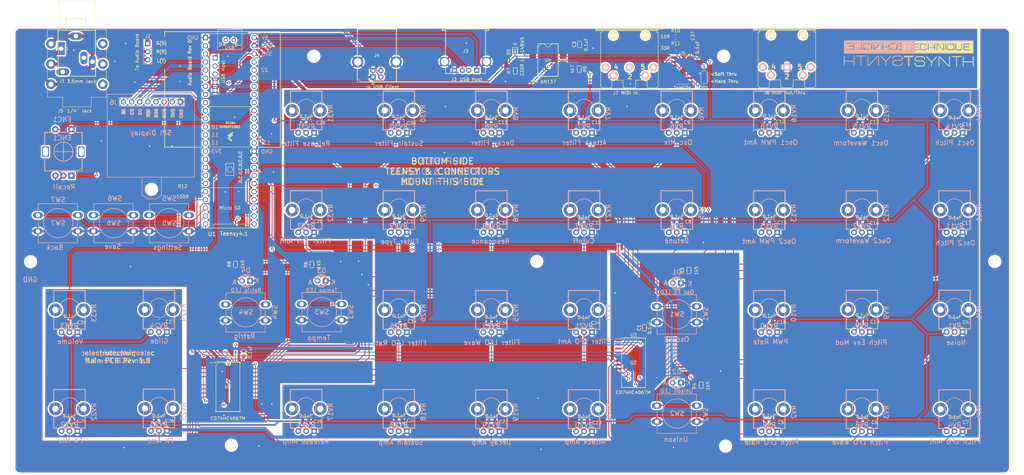
<source format=kicad_pcb>
(kicad_pcb (version 20241229) (generator "pcbnew") (generator_version "9.0")
  (title_block (title "TSynth Teensy 4.1") (date "2020-12-07") (rev "1.3"))
  (layers (0 "F.Cu" signal) (2 "B.Cu" signal) (13 "F.Paste" user) (15 "B.Paste" user) (5 "F.SilkS" user "F.Silkscreen") (7 "B.SilkS" user "B.Silkscreen") (1 "F.Mask" user) (3 "B.Mask" user) (25 "Edge.Cuts" user))
  (net 0 "")
  (net 1 "+3V3")
  (net 2 "GND")
  (net 3 "Net-(D1-Pad2)")
  (net 4 "/MIDI_IN")
  (net 5 "/MUX1_Com")
  (net 6 "/MUX2_Com")
  (net 7 "/VUSB_Host")
  (net 8 "/VUSB")
  (net 9 "Net-(D2-Pad2)")
  (net 10 "Net-(D3-Pad2)")
  (net 11 "Net-(D4-Pad2)")
  (net 12 "Net-(D5-Pad2)")
  (net 13 "/Encoder_A")
  (net 14 "/Encoder_Sw")
  (net 15 "/Display_SCK")
  (net 16 "/Display_SDA")
  (net 17 "/Display_RST")
  (net 18 "/Display_DC")
  (net 19 "/Display_CS")
  (net 20 "/Save_Btn")
  (net 21 "/Back_Btn")
  (net 22 "/Tempo_Btn")
  (net 23 "/Retrig_Btn")
  (net 24 "/Unison_Btn")
  (net 25 "/Osc_FX_Btn")
  (net 26 "/Osc_FX_LED")
  (net 27 "/Unison_LED")
  (net 28 "/Tempo_LED")
  (net 29 "/Retrig_LED")
  (net 30 "/Volume")
  (net 31 "/MUX_Addr_S0")
  (net 32 "/MUX_Addr_S1")
  (net 33 "/MUX_Addr_S2")
  (net 34 "/MUX_Addr_S3")
  (net 35 "Net-(J1-PadT)")
  (net 36 "Net-(J1-PadR)")
  (net 37 "Net-(J1-PadS)")
  (net 38 "/AB_LRCLK")
  (net 39 "/AB_DIN")
  (net 40 "/AB_SCL")
  (net 41 "/AB_SDA")
  (net 42 "/AB_VOL")
  (net 43 "/AB_DOUT")
  (net 44 "/AB_BCLK")
  (net 45 "/AB_MCLK")
  (net 46 "Net-(U1-Pad15)")
  (net 47 "Net-(U4-Pad1)")
  (net 48 "Net-(C4-Pad2)")
  (net 49 "Net-(C5-Pad2)")
  (net 50 "Net-(C6-Pad2)")
  (net 51 "Net-(C7-Pad2)")
  (net 52 "Net-(C8-Pad2)")
  (net 53 "Net-(C9-Pad2)")
  (net 54 "Net-(C10-Pad2)")
  (net 55 "Net-(C11-Pad2)")
  (net 56 "Net-(C12-Pad1)")
  (net 57 "Net-(C13-Pad1)")
  (net 58 "Net-(C14-Pad1)")
  (net 59 "Net-(C15-Pad1)")
  (net 60 "Net-(C16-Pad1)")
  (net 61 "Net-(C17-Pad1)")
  (net 62 "Net-(C18-Pad1)")
  (net 63 "Net-(C19-Pad1)")
  (net 64 "Net-(C20-Pad2)")
  (net 65 "Net-(C21-Pad2)")
  (net 66 "Net-(C22-Pad2)")
  (net 67 "Net-(C23-Pad2)")
  (net 68 "Net-(C24-Pad2)")
  (net 69 "Net-(C25-Pad2)")
  (net 70 "Net-(C26-Pad2)")
  (net 71 "Net-(C27-Pad2)")
  (net 72 "Net-(C28-Pad1)")
  (net 73 "Net-(C29-Pad1)")
  (net 74 "Net-(C30-Pad1)")
  (net 75 "Net-(C31-Pad1)")
  (net 76 "Net-(C32-Pad1)")
  (net 77 "Net-(C33-Pad1)")
  (net 78 "Net-(C34-Pad1)")
  (net 79 "Net-(C36-Pad1)")
  (net 80 "Net-(J7-Pad3)")
  (net 81 "Net-(J7-Pad4)")
  (net 82 "Net-(J7-Pad2)")
  (net 83 "Net-(J7-Pad1)")
  (net 84 "/USB_Client_D-")
  (net 85 "/USB_Client_D+")
  (net 86 "Net-(U1-Pad44)")
  (net 87 "/AB_SCK")
  (net 88 "/AB_SDCS")
  (net 89 "/AB_MOSI")
  (net 90 "/AB_MISO")
  (net 91 "/Encoder_B")
  (net 92 "Net-(J8-Pad3)")
  (net 93 "Net-(J8-Pad4)")
  (net 94 "Net-(J8-Pad1)")
  (net 95 "Net-(J8-Pad5)")
  (net 96 "Net-(D5-Pad1)")
  (net 97 "/Settings_Btn")
  (net 98 "GNDA")
  (net 99 "Net-(U4-Pad7)")
  (net 100 "Net-(R12-Pad2)")
  (net 101 "/MIDI_OUT")
  (net 102 "/Display_BL")
  (net 103 "/USB_Host_D-")
  (net 104 "/USB_Host_D+")
  (net 105 "Net-(R10-Pad2)")
  (net 106 "Net-(U5-Pad2)")
  (net 107 "Net-(U5-Pad6)")
  (net 108 "Net-(U5-Pad8)")
  (net 109 "Net-(U5-Pad10)")
  (net 110 "Net-(U5-Pad12)")
  (net 111 "Net-(JP1-Pad2)")
  (footprint "Diode_SMD:D_SOD-323F" (layer "F.Cu") (at 224.4 45.9 -90)
    (property "Reference" "D5")
    (property "Value" "1N4148WS")
  )
  (footprint "Resistor_SMD:R_0805_2012Metric" (layer "F.Cu") (at 244.6 43.5 90)
    (property "Reference" "C3")
    (property "Value" "0.1uF")
  )
  (footprint "Resistor_SMD:R_0805_2012Metric" (layer "F.Cu") (at 224.5 51.8 -90)
    (property "Reference" "R7")
    (property "Value" "220R")
  )
  (footprint "Resistor_SMD:R_0805_2012Metric" (layer "F.Cu") (at 244.5 51.25 -90)
    (property "Reference" "R9")
    (property "Value" "4k7")
  )
  (footprint "Package_DIP:SMDIP-8_W9.53mm" (layer "F.Cu") (at 234.7 48.4)
    (property "Reference" "U4")
    (property "Value" "6N137")
  )
  (footprint "Connector:MIDI_DIN5" (layer "F.Cu") (at 260.2 47.7 180)
    (property "Reference" "J7")
    (property "Value" "MIDI In")
  )
  (footprint "Connector_USB:USB_A_Stewart_SS-52100-001_Horizontal" (layer "F.Cu") (at 212.4 51.6 180)
    (property "Reference" "J3")
    (property "Value" "USB Host")
  )
  (footprint "Resistor_SMD:R_0805_2012Metric" (layer "F.Cu") (at 139.4334 140.2192 90)
    (property "Reference" "C2")
    (property "Value" "0.1uF")
  )
  (footprint "Connector_USB:USB_B_OST_USB-B1HSxx_Horizontal" (layer "F.Cu") (at 179.9 53.7 90)
    (property "Reference" "J4")
    (property "Value" "USB Client")
  )
  (footprint "Connector_Audio:Jack_3.5mm_Ledino_KB3SPRS_Horizontal" (layer "F.Cu") (at 82.3 44.8 -90)
    (property "Reference" "J1" (hide yes))
    (property "Value" "3.5mm Jack")
  )
  (footprint "Resistor_SMD:R_0805_2012Metric" (layer "F.Cu") (at 282.664 150.303 -90)
    (property "Reference" "R4")
    (property "Value" "1k5")
  )
  (footprint "Package_SO:SOIC-24W_7.5x15.4mm_P1.27mm" (layer "F.Cu") (at 134.5 150.8)
    (property "Reference" "U3")
    (property "Value" "CD74HC4067M")
  )
  (footprint "Resistor_SMD:R_0805_2012Metric" (layer "F.Cu") (at 264.884 132.269 90)
    (property "Reference" "C1")
    (property "Value" "0.1uF")
  )
  (footprint "Package_SO:SOIC-24W_7.5x15.4mm_P1.27mm" (layer "F.Cu") (at 261.5 143.25)
    (property "Reference" "U2")
    (property "Value" "CD74HC4067M")
  )
  (footprint "Resistor_SMD:R_0805_2012Metric" (layer "F.Cu") (at 136.9 112.438 -90)
    (property "Reference" "R8")
    (property "Value" "1k5")
  )
  (footprint "Resistor_SMD:R_0805_2012Metric" (layer "F.Cu") (at 160.8 112.5 -90)
    (property "Reference" "R6")
    (property "Value" "1k5")
  )
  (footprint "Resistor_SMD:R_0805_2012Metric" (layer "F.Cu") (at 278.854 114.362 -90)
    (property "Reference" "R3")
    (property "Value" "1k5")
  )
  (footprint "Resistor_SMD:R_0805_2012Metric" (layer "F.Cu") (at 362.077 130.556 180)
    (property "Reference" "C4")
    (property "Value" "0.1uF")
  )
  (footprint "Resistor_SMD:R_0805_2012Metric" (layer "F.Cu") (at 303.911 161.544 180)
    (property "Reference" "C5")
    (property "Value" "0.1uF")
  )
  (footprint "Resistor_SMD:R_0805_2012Metric" (layer "F.Cu") (at 333.248 161.798 180)
    (property "Reference" "C6")
    (property "Value" "0.1uF")
  )
  (footprint "Resistor_SMD:R_0805_2012Metric" (layer "F.Cu") (at 362.204 161.925 180)
    (property "Reference" "C7")
    (property "Value" "0.1uF")
  )
  (footprint "Resistor_SMD:R_0805_2012Metric" (layer "F.Cu") (at 275.082 99.06 180)
    (property "Reference" "C8")
    (property "Value" "0.1uF")
  )
  (footprint "Resistor_SMD:R_0805_2012Metric" (layer "F.Cu") (at 275.082 67.945 180)
    (property "Reference" "C9")
    (property "Value" "0.1uF")
  )
  (footprint "Resistor_SMD:R_0805_2012Metric" (layer "F.Cu") (at 245.999 67.945 180)
    (property "Reference" "C10")
    (property "Value" "0.1uF")
  )
  (footprint "Resistor_SMD:R_0805_2012Metric" (layer "F.Cu") (at 216.916 67.945 180)
    (property "Reference" "C11")
    (property "Value" "0.1uF")
  )
  (footprint "Resistor_SMD:R_0805_2012Metric" (layer "F.Cu") (at 304.165 67.691)
    (property "Reference" "C12")
    (property "Value" "0.1uF")
  )
  (footprint "Resistor_SMD:R_0805_2012Metric" (layer "F.Cu") (at 333.248 67.818)
    (property "Reference" "C13")
    (property "Value" "0.1uF")
  )
  (footprint "Resistor_SMD:R_0805_2012Metric" (layer "F.Cu") (at 362.077 68.199)
    (property "Reference" "C14")
    (property "Value" "0.1uF")
  )
  (footprint "Resistor_SMD:R_0805_2012Metric" (layer "F.Cu") (at 304.038 99.314)
    (property "Reference" "C15")
    (property "Value" "0.1uF")
  )
  (footprint "Resistor_SMD:R_0805_2012Metric" (layer "F.Cu") (at 333.248 99.314)
    (property "Reference" "C16")
    (property "Value" "0.1uF")
  )
  (footprint "Resistor_SMD:R_0805_2012Metric" (layer "F.Cu") (at 362.077 99.441)
    (property "Reference" "C17")
    (property "Value" "0.1uF")
  )
  (footprint "Resistor_SMD:R_0805_2012Metric" (layer "F.Cu") (at 304.038 130.556)
    (property "Reference" "C18")
    (property "Value" "0.1uF")
  )
  (footprint "Resistor_SMD:R_0805_2012Metric" (layer "F.Cu") (at 333.121 130.302)
    (property "Reference" "C19")
    (property "Value" "0.1uF")
  )
  (footprint "Resistor_SMD:R_0805_2012Metric" (layer "F.Cu") (at 158.877 161.544 180)
    (property "Reference" "C20")
    (property "Value" "0.1uF")
  )
  (footprint "Resistor_SMD:R_0805_2012Metric" (layer "F.Cu") (at 188.087 161.417 180)
    (property "Reference" "C21")
    (property "Value" "0.1uF")
  )
  (footprint "Resistor_SMD:R_0805_2012Metric" (layer "F.Cu") (at 217.17 161.671 180)
    (property "Reference" "C22")
    (property "Value" "0.1uF")
  )
  (footprint "Resistor_SMD:R_0805_2012Metric" (layer "F.Cu") (at 246.126 161.671 180)
    (property "Reference" "C23")
    (property "Value" "0.1uF")
  )
  (footprint "Resistor_SMD:R_0805_2012Metric" (layer "F.Cu") (at 245.999 130.683 180)
    (property "Reference" "C24")
    (property "Value" "0.1uF")
  )
  (footprint "Resistor_SMD:R_0805_2012Metric" (layer "F.Cu") (at 84.836 161.544 180)
    (property "Reference" "C25")
    (property "Value" "0.1uF")
  )
  (footprint "Resistor_SMD:R_0805_2012Metric" (layer "F.Cu") (at 112.903 161.544 180)
    (property "Reference" "C26")
    (property "Value" "0.1uF")
  )
  (footprint "Resistor_SMD:R_0805_2012Metric" (layer "F.Cu") (at 112.903 130.429 180)
    (property "Reference" "C27")
    (property "Value" "0.1uF")
  )
  (footprint "Resistor_SMD:R_0805_2012Metric" (layer "F.Cu") (at 159.131 98.933)
    (property "Reference" "C28")
    (property "Value" "0.1uF")
  )
  (footprint "Resistor_SMD:R_0805_2012Metric" (layer "F.Cu") (at 159.004 68.072)
    (property "Reference" "C29")
    (property "Value" "0.1uF")
  )
  (footprint "Resistor_SMD:R_0805_2012Metric" (layer "F.Cu") (at 187.96 68.072)
    (property "Reference" "C30")
    (property "Value" "0.1uF")
  )
  (footprint "Resistor_SMD:R_0805_2012Metric" (layer "F.Cu") (at 188.214 98.933)
    (property "Reference" "C31")
    (property "Value" "0.1uF")
  )
  (footprint "Resistor_SMD:R_0805_2012Metric" (layer "F.Cu") (at 217.17 98.806)
    (property "Reference" "C32")
    (property "Value" "0.1uF")
  )
  (footprint "Resistor_SMD:R_0805_2012Metric" (layer "F.Cu") (at 245.999 99.314)
    (property "Reference" "C33")
    (property "Value" "0.1uF")
  )
  (footprint "Resistor_SMD:R_0805_2012Metric" (layer "F.Cu") (at 188.341 130.429)
    (property "Reference" "C34")
    (property "Value" "0.1uF")
  )
  (footprint "Resistor_SMD:R_0805_2012Metric" (layer "F.Cu") (at 85.217 130.683)
    (property "Reference" "C35")
    (property "Value" "0.1uF")
  )
  (footprint "Resistor_SMD:R_0805_2012Metric" (layer "F.Cu") (at 217.043 130.683)
    (property "Reference" "C36")
    (property "Value" "0.1uF")
  )
  (footprint "Resistor_SMD:R_0805_2012Metric" (layer "F.Cu") (at 274.726 41.09 180)
    (property "Reference" "R10")
    (property "Value" "10R")
  )
  (footprint "Resistor_SMD:R_0805_2012Metric" (layer "F.Cu") (at 274.726 44.646)
    (property "Reference" "R11")
    (property "Value" "33R")
  )
  (footprint "Connector_DIN:MIDI_DIN5" (layer "F.Cu") (at 309.5 47.6 180)
    (property "Reference" "J8")
    (property "Value" "MIDI Out/Thru")
  )
  (footprint "TSynth:TSynth PCB Logo 41mm" (layer "F.Cu") (at 347.8 46.8)
    (property "Reference" "G2" (hide yes))
    (property "Value" "Logo" (hide yes))
  )
  (footprint "Connector_PinHeader_2.54mm:PinHeader_1x03_P2.54mm_Vertical" (layer "F.Cu") (at 109.4 43.2)
    (property "Reference" "J2")
    (property "Value" "To Audio Board")
  )
  (footprint "Connector_Audio:Jack_6.35mm_Neutrik_NMJ6HFD2_Horizontal" (layer "F.Cu") (at 79.1 56 90)
    (property "Reference" "J5")
    (property "Value" "1/4\" Jack")
  )
  (footprint "Resistor_SMD:R_0805_2012Metric" (layer "F.Cu") (at 120.294 89.604)
    (property "Reference" "R12")
    (property "Value" "100R")
  )
  (footprint "Teensy_MCU_Boards:Teensy41" (layer "F.Cu") (at 135.1 70.6 -90)
    (property "Reference" "U1")
    (property "Value" "Teensy4.1")
  )
  (footprint "Resistor_SMD:R_0805_2012Metric" (layer "F.Cu") (at 279.806 44.392 90)
    (property "Reference" "C37")
    (property "Value" "0.1uF")
  )
  (footprint "Package_SO:SOIC-14_3.9x8.7mm_P1.27mm" (layer "F.Cu") (at 276.758 51.504)
    (property "Reference" "U5")
    (property "Value" "74HC04")
  )
  (footprint "Jumper:SolderJumper-3_P1.3mm_Bridged12_RoundedPad1.0x1.5mm" (layer "F.Cu") (at 283.616 53.79 -90)
    (property "Reference" "JP1")
    (property "Value" "SolderJumper_3_Bridged12")
  )
  (footprint "Potentiometer_THT:Potentiometer_Bourns_PTV09A-1_Single_Vertical" (layer "B.Cu") (at 359.5 71.2 90)
    (property "Reference" "RV14")
    (property "Value" "Osc1 Pitch")
  )
  (footprint "Potentiometer_THT:Potentiometer_Bourns_PTV09A-1_Single_Vertical" (layer "B.Cu") (at 301.5 71.2 90)
    (property "Reference" "RV16")
    (property "Value" "Osc1 PWM Amt")
  )
  (footprint "Potentiometer_THT:Potentiometer_Bourns_PTV09A-1_Single_Vertical" (layer "B.Cu") (at 359.5 102.4 90)
    (property "Reference" "RV11")
    (property "Value" "Osc2 Pitch")
  )
  (footprint "Potentiometer_THT:Potentiometer_Bourns_PTV09A-1_Single_Vertical" (layer "B.Cu") (at 359.5 133.6 90)
    (property "Reference" "RV1")
    (property "Value" "Noise")
  )
  (footprint "Potentiometer_THT:Potentiometer_Bourns_PTV09A-1_Single_Vertical" (layer "B.Cu") (at 185.5 71.2 90)
    (property "Reference" "RV30")
    (property "Value" "Sustain Filter")
  )
  (footprint "Potentiometer_THT:Potentiometer_Bourns_PTV09A-1_Single_Vertical" (layer "B.Cu") (at 156.5 71.2 90)
    (property "Reference" "RV31")
    (property "Value" "Release Filter")
  )
  (footprint "Potentiometer_THT:Potentiometer_Bourns_PTV09A-1_Single_Vertical" (layer "B.Cu") (at 156.5 164.7 90)
    (property "Reference" "RV17")
    (property "Value" "Release Amp")
  )
  (footprint "Potentiometer_THT:Potentiometer_Bourns_PTV09A-1_Single_Vertical" (layer "B.Cu") (at 185.5 164.7 90)
    (property "Reference" "RV18")
    (property "Value" "Sustain Amp")
  )
  (footprint "Potentiometer_THT:Potentiometer_Bourns_PTV09A-1_Single_Vertical" (layer "B.Cu") (at 214.5 164.8 90)
    (property "Reference" "RV19")
    (property "Value" "Decay Amp")
  )
  (footprint "Potentiometer_THT:Potentiometer_Bourns_PTV09A-1_Single_Vertical" (layer "B.Cu") (at 243.5 164.8 90)
    (property "Reference" "RV20")
    (property "Value" "Attack Amp")
  )
  (footprint "Potentiometer_THT:Potentiometer_Bourns_PTV09A-1_Single_Vertical" (layer "B.Cu") (at 301.5 164.8 90)
    (property "Reference" "RV2")
    (property "Value" "Pitch LFO Rate")
  )
  (footprint "Potentiometer_THT:Potentiometer_Bourns_PTV09A-1_Single_Vertical" (layer "B.Cu") (at 359.5 164.8 90)
    (property "Reference" "RV4")
    (property "Value" "Pitch LFO Amt")
  )
  (footprint "Potentiometer_THT:Potentiometer_Bourns_PTV09A-1_Single_Vertical" (layer "B.Cu") (at 185.5 102.4 90)
    (property "Reference" "RV29")
    (property "Value" "Filter Type")
  )
  (footprint "Potentiometer_THT:Potentiometer_Bourns_PTV09A-1_Single_Vertical" (layer "B.Cu") (at 214.5 102.4 90)
    (property "Reference" "RV28")
    (property "Value" "Resonance")
  )
  (footprint "Potentiometer_THT:Potentiometer_Bourns_PTV09A-1_Single_Vertical" (layer "B.Cu") (at 243.5 102.4 90)
    (property "Reference" "RV27")
    (property "Value" "Cutoff")
  )
  (footprint "Potentiometer_THT:Potentiometer_Bourns_PTV09A-1_Single_Vertical" (layer "B.Cu") (at 185.5 133.7 90)
    (property "Reference" "RV26")
    (property "Value" "Filter LFO Rate")
  )
  (footprint "Potentiometer_THT:Potentiometer_Bourns_PTV09A-1_Single_Vertical" (layer "B.Cu") (at 156.5 102.4 90)
    (property "Reference" "RV32")
    (property "Value" "Filter Env Amt")
  )
  (footprint "Potentiometer_THT:Potentiometer_Bourns_PTV09A-1_Single_Vertical" (layer "B.Cu") (at 243.5 133.7 90)
    (property "Reference" "RV21")
    (property "Value" "Filter LFO Amt")
  )
  (footprint "Potentiometer_THT:Potentiometer_Bourns_PTV09A-1_Single_Vertical" (layer "B.Cu") (at 214.5 133.7 90)
    (property "Reference" "RV25")
    (property "Value" "Filter LFO Wave")
  )
  (footprint "Potentiometer_THT:Potentiometer_Bourns_PTV09A-1_Single_Vertical" (layer "B.Cu") (at 110.4 133.6 90)
    (property "Reference" "RV24")
    (property "Value" "Glide")
  )
  (footprint "Potentiometer_THT:Potentiometer_Bourns_PTV09A-1_Single_Vertical" (layer "B.Cu") (at 82.4 164.7 90)
    (property "Reference" "RV22")
    (property "Value" "FX Mix")
  )
  (footprint "Potentiometer_THT:Potentiometer_Bourns_PTV09A-1_Single_Vertical" (layer "B.Cu") (at 110.4 164.6 90)
    (property "Reference" "RV23")
    (property "Value" "FX Amt")
  )
  (footprint "Potentiometer_THT:Potentiometer_Bourns_PTV09A-1_Single_Vertical" (layer "B.Cu") (at 82.4 133.7 90)
    (property "Reference" "RV33")
    (property "Value" "Volume")
  )
  (footprint "Potentiometer_THT:Potentiometer_Bourns_PTV09A-1_Single_Vertical" (layer "B.Cu") (at 330.5 102.4 90)
    (property "Reference" "RV12")
    (property "Value" "Osc2 Waveform")
  )
  (footprint "Potentiometer_THT:Potentiometer_Bourns_PTV09A-1_Single_Vertical" (layer "B.Cu") (at 330.5 71.2 90)
    (property "Reference" "RV15")
    (property "Value" "Osc1 Waveform")
  )
  (footprint "Potentiometer_THT:Potentiometer_Bourns_PTV09A-1_Single_Vertical" (layer "B.Cu") (at 330.5 164.8 90)
    (property "Reference" "RV3")
    (property "Value" "Pitch LFO Wave")
  )
  (footprint "Potentiometer_THT:Potentiometer_Bourns_PTV09A-1_Single_Vertical" (layer "B.Cu") (at 330.5 133.6 90)
    (property "Reference" "RV9")
    (property "Value" "Pitch Env Mod")
  )
  (footprint "Potentiometer_THT:Potentiometer_Bourns_PTV09A-1_Single_Vertical" (layer "B.Cu") (at 301.5 133.7 90)
    (property "Reference" "RV10")
    (property "Value" "PWM Rate")
  )
  (footprint "Potentiometer_THT:Potentiometer_Bourns_PTV09A-1_Single_Vertical" (layer "B.Cu") (at 301.5 102.4 90)
    (property "Reference" "RV13")
    (property "Value" "Osc2 PWM Amt")
  )
  (footprint "Potentiometer_THT:Potentiometer_Bourns_PTV09A-1_Single_Vertical" (layer "B.Cu") (at 272.525 71.2 90)
    (property "Reference" "RV6")
    (property "Value" "Osc Mix")
  )
  (footprint "Potentiometer_THT:Potentiometer_Bourns_PTV09A-1_Single_Vertical" (layer "B.Cu") (at 272.525 102.4 90)
    (property "Reference" "RV5")
    (property "Value" "Detune")
  )
  (footprint "LED_THT:LED_D3.0mm" (layer "B.Cu") (at 276.3 149.5 180)
    (property "Reference" "D2")
    (property "Value" "Unison LED")
  )
  (footprint "Potentiometer_THT:Potentiometer_Bourns_PTV09A-1_Single_Vertical" (layer "B.Cu") (at 243.5 71.2 90)
    (property "Reference" "RV7")
    (property "Value" "Attack Filter")
  )
  (footprint "Potentiometer_THT:Potentiometer_Bourns_PTV09A-1_Single_Vertical" (layer "B.Cu") (at 214.5 71.2 90)
    (property "Reference" "RV8")
    (property "Value" "Decay Filter")
  )
  (footprint "Connector_PinHeader_2.54mm:PinHeader_1x08_P2.54mm_Vertical" (layer "B.Cu") (at 119.6 61.5 90)
    (property "Reference" "J6" (hide yes))
    (property "Value" "SPI Display")
  )
  (footprint "Button_Switch_THT:SW_PUSH-12mm" (layer "B.Cu") (at 268.785 161.722)
    (property "Reference" "SW2")
    (property "Value" "Unison")
  )
  (footprint "Button_Switch_THT:SW_PUSH-12mm" (layer "B.Cu") (at 75.016 102.045)
    (property "Reference" "SW7")
    (property "Value" "Back")
  )
  (footprint "Button_Switch_THT:SW_PUSH-12mm" (layer "B.Cu") (at 109.816 102.045)
    (property "Reference" "SW5")
    (property "Value" "Settings")
  )
  (footprint "Button_Switch_THT:SW_PUSH-12mm" (layer "B.Cu") (at 92.416 102.045)
    (property "Reference" "SW6")
    (property "Value" "Save")
  )
  (footprint "Rotary_Encoder:RotaryEncoder_Alps_EC11E-Switch_Vertical_H20mm" (layer "B.Cu") (at 85.5 84.6 90)
    (property "Reference" "ENC1")
    (property "Value" "Recall")
  )
  (footprint "Button_Switch_THT:SW_PUSH-12mm" (layer "B.Cu") (at 157.588 129.904)
    (property "Reference" "SW3")
    (property "Value" "Tempo")
  )
  (footprint "Button_Switch_THT:SW_PUSH-12mm" (layer "B.Cu") (at 133.788 130.004)
    (property "Reference" "SW4")
    (property "Value" "Retrig")
  )
  (footprint "LED_THT:LED_D3.0mm" (layer "B.Cu") (at 165.103 117.5746 180)
    (property "Reference" "D3")
    (property "Value" "Tempo LED")
  )
  (footprint "LED_THT:LED_D3.0mm" (layer "B.Cu") (at 141.4542 117.5746 180)
    (property "Reference" "D4")
    (property "Value" "Retrig LED")
  )
  (footprint "LED_THT:LED_D3.0mm" (layer "B.Cu") (at 276.3 118.3 180)
    (property "Reference" "D1")
    (property "Value" "Osc FX LED")
  )
  (footprint "Button_Switch_THT:SW_PUSH-12mm" (layer "B.Cu") (at 268.785 130.596)
    (property "Reference" "SW1")
    (property "Value" "Osc FX")
  )
  (footprint "TSynth:TSynth PCB Logo 41mm" (layer "B.Cu") (at 347.5 46.6 180)
    (property "Reference" "G1" (hide yes))
    (property "Value" "Logo" (hide yes))
  )
  (gr_line (start 126.2 75.692) (end 114.7 75.692) (stroke (width 0.2)) (layer "F.SilkS"))
  (gr_line (start 114.7 75.692) (end 114.7 51.2) (stroke (width 0.2)) (layer "F.SilkS"))
  (gr_line (start 150.9 39.5) (end 114.7 39.5) (stroke (width 0.2)) (layer "F.SilkS"))
  (gr_line (start 150.9 61) (end 150.9 39.5) (stroke (width 0.2)) (layer "F.SilkS"))
  (gr_line (start 114.7 39.5) (end 114.7 41.1) (stroke (width 0.2)) (layer "F.SilkS"))
  (gr_line (start 144.018 75.692) (end 150.918 75.692) (stroke (width 0.2)) (layer "F.SilkS"))
  (gr_line (start 150.918 75.692) (end 150.9 61) (stroke (width 0.2)) (layer "F.SilkS"))
  (gr_line (start 124 66.744) (end 124 85.1) (stroke (width 0.2)) (layer "B.SilkS"))
  (gr_line (start 96.7 59.1) (end 124 59.1) (stroke (width 0.2)) (layer "B.SilkS"))
  (gr_line (start 113.7 90.8) (end 112.1 91.9) (stroke (width 0.2)) (layer "B.SilkS"))
  (gr_line (start 107.6 90.7) (end 107.6 85.1) (stroke (width 0.2)) (layer "B.SilkS"))
  (gr_line (start 124 59.1) (end 124 66.6) (stroke (width 0.2)) (layer "B.SilkS"))
  (gr_line (start 124 85.1) (end 96.7 85.1) (stroke (width 0.2)) (layer "B.SilkS"))
  (gr_line (start 96.7 85.1) (end 96.7 59.1) (stroke (width 0.2)) (layer "B.SilkS"))
  (gr_line (start 109.2 91.9) (end 107.6 90.7) (stroke (width 0.2)) (layer "B.SilkS"))
  (gr_line (start 113.7 85.1) (end 113.7 90.8) (stroke (width 0.2)) (layer "B.SilkS"))
  (gr_line (start 112.1 91.9) (end 109.2 91.9) (stroke (width 0.2)) (layer "B.SilkS"))
  (gr_line (start 67.5 176.1) (end 67.5 40.1) (stroke (width 0.05)) (layer "Edge.Cuts"))
  (gr_circle (center 289.7 47.2) (end 291.3 47.2) (stroke (width 0.05)) (fill no) (layer "Edge.Cuts"))
  (gr_line (start 377.5 178.1) (end 69.5 178.1) (stroke (width 0.05)) (layer "Edge.Cuts"))
  (gr_circle (center 290.3 169.4) (end 291.9 169.4) (stroke (width 0.05)) (fill no) (layer "Edge.Cuts"))
  (gr_arc (start 379.5 176.1) (mid 378.914214 177.514214) (end 377.5 178.1) (stroke (width 0.05)) (layer "Edge.Cuts"))
  (gr_circle (center 374.6 111.5) (end 376.2 111.4) (stroke (width 0.05)) (fill no) (layer "Edge.Cuts"))
  (gr_circle (center 110.6 88.9) (end 109 88.9) (stroke (width 0.05)) (fill no) (layer "Edge.Cuts"))
  (gr_circle (center 135.6 169.1) (end 137.2 169.1) (stroke (width 0.05)) (fill no) (layer "Edge.Cuts"))
  (gr_line (start 69.5 38.1) (end 377.5 38.1) (stroke (width 0.05)) (layer "Edge.Cuts"))
  (gr_circle (center 72.7 111.6) (end 74.3 111.6) (stroke (width 0.05)) (fill no) (layer "Edge.Cuts"))
  (gr_circle (center 161.4 47.2) (end 163 47.2) (stroke (width 0.05)) (fill no) (layer "Edge.Cuts"))
  (gr_arc (start 377.5 38.1) (mid 378.914214 38.685786) (end 379.5 40.1) (stroke (width 0.05)) (layer "Edge.Cuts"))
  (gr_arc (start 67.5 40.1) (mid 68.085786 38.685786) (end 69.5 38.1) (stroke (width 0.05)) (layer "Edge.Cuts"))
  (gr_line (start 379.5 40.1) (end 379.5 176.1) (stroke (width 0.05)) (layer "Edge.Cuts"))
  (gr_arc (start 69.5 178.1) (mid 68.085786 177.514214) (end 67.5 176.1) (stroke (width 0.05)) (layer "Edge.Cuts"))
  (gr_circle (center 231.2 111.5) (end 232.8 111.5) (stroke (width 0.05)) (fill no) (layer "Edge.Cuts"))
  (gr_text "D+" (at 132.8 43.5 0) (layer "F.SilkS") (effects (font (size 1 1) (thickness 0.2))))
  (gr_text "D-" (at 137.7 43.7 0) (layer "F.SilkS") (effects (font (size 1 1) (thickness 0.2))))
  (gr_text "L(T)" (at 113.7 48.6 0) (layer "F.SilkS") (effects (font (size 1 1) (thickness 0.2))))
  (gr_text "R(R)" (at 113.7 45.8 0) (layer "F.SilkS") (effects (font (size 1 1) (thickness 0.2))))
  (gr_text "G(S)" (at 113.7 43.1 0) (layer "F.SilkS") (effects (font (size 1 1) (thickness 0.2))))
  (gr_text "JLCJLCJLCJLC" (at 138.4 82 90) (layer "F.SilkS") (effects (font (size 1 1) (thickness 0.2))))
  (gr_text "RST" (at 109.62 64.993333 90) (layer "F.SilkS") (effects (font (size 1 1) (thickness 0.2))))
  (gr_text "3V3" (at 117.29 64.98 90) (layer "F.SilkS") (effects (font (size 1 1) (thickness 0.2))))
  (gr_text "BL" (at 101.82 64.540952 90) (layer "F.SilkS") (effects (font (size 1 1) (thickness 0.2))))
  (gr_text "SCK" (at 114.62 65.112381 90) (layer "F.SilkS") (effects (font (size 1 1) (thickness 0.2))))
  (gr_text "GND" (at 119.92 65.16 90) (layer "F.SilkS") (effects (font (size 1 1) (thickness 0.2))))
  (gr_text "SDA" (at 112.02 65.040952 90) (layer "F.SilkS") (effects (font (size 1 1) (thickness 0.2))))
  (gr_text "DC" (at 107.02 64.63619 90) (layer "F.SilkS") (effects (font (size 1 1) (thickness 0.2))))
  (gr_text "CS" (at 104.52 64.612381 90) (layer "F.SilkS") (effects (font (size 1 1) (thickness 0.2))))
  (gr_text "electrotechnique.cc\nMain PCB Rev 1.3" (at 89.5 141.4 0) (layer "F.SilkS") (effects (font (size 1.5 1.5) (thickness 0.24)) (justify left)))
  (gr_text "4" (at 305.333 50.488 0) (layer "F.SilkS") (effects (font (size 1.5 1.5) (thickness 0.3))))
  (gr_text "5" (at 313.588 50.546 0) (layer "F.SilkS") (effects (font (size 1.5 1.5) (thickness 0.3))))
  (gr_text "2" (at 309.524 53.594 0) (layer "F.SilkS") (effects (font (size 1.5 1.5) (thickness 0.3))))
  (gr_text "<Hard Thru" (at 289.966 55.06 0) (layer "F.SilkS") (effects (font (size 1 1) (thickness 0.2))))
  (gr_text "BOTTOM SIDE\nTEENSY & CONNECTORS\nMOUNT THIS SIDE" (at 201.676 83.312 0) (layer "F.SilkS") (effects (font (size 2 2) (thickness 0.3))))
  (gr_text "Audio Board Rev D" (at 122.6 49.2 90) (layer "F.SilkS") (effects (font (size 1 1) (thickness 0.2))))
  (gr_text "<Soft Thru" (at 289.712 52.774 0) (layer "F.SilkS") (effects (font (size 1 1) (thickness 0.2))))
  (gr_text "2" (at 260.35 53.594 0) (layer "F.SilkS") (effects (font (size 1.5 1.5) (thickness 0.3))))
  (gr_text "4" (at 256.032 50.546 0) (layer "F.SilkS") (effects (font (size 1.5 1.5) (thickness 0.3))))
  (gr_text "5" (at 264.414 50.546 0) (layer "F.SilkS") (effects (font (size 1.5 1.5) (thickness 0.3))))
  (gr_text "A" (at 160.2626 118.0754 0) (layer "B.SilkS") (effects (font (size 1.5 1.5) (thickness 0.24)) (justify mirror)))
  (gr_text "K" (at 143.6 117.5 0) (layer "B.SilkS") (effects (font (size 1.5 1.5) (thickness 0.24)) (justify mirror)))
  (gr_text "A" (at 136.5542 118.0746 0) (layer "B.SilkS") (effects (font (size 1.5 1.5) (thickness 0.24)) (justify mirror)))
  (gr_text "A" (at 271.361 149.541 0) (layer "B.SilkS") (effects (font (size 1.5 1.5) (thickness 0.24)) (justify mirror)))
  (gr_text "3V3" (at 130.955714 77 0) (layer "B.SilkS") (effects (font (size 1.2 1.2) (thickness 0.2)) (justify mirror)))
  (gr_text "GND" (at 146.7 43.9 0) (layer "B.SilkS") (effects (font (size 1.2 1.2) (thickness 0.2)) (justify mirror)))
  (gr_text "3V3" (at 146.7 46.5 0) (layer "B.SilkS") (effects (font (size 1.2 1.2) (thickness 0.2)) (justify mirror)))
  (gr_text "5V" (at 146.075 41.344 0) (layer "B.SilkS") (effects (font (size 1.2 1.2) (thickness 0.2)) (justify mirror)))
  (gr_text "22" (at 145.948 51.504 0) (layer "B.SilkS") (effects (font (size 1.2 1.2) (thickness 0.2)) (justify mirror)))
  (gr_text "GND" (at 123.5 41.4 0) (layer "B.SilkS") (effects (font (size 1.2 1.2) (thickness 0.2)) (justify mirror)))
  (gr_text "13" (at 146.7 74.3 0) (layer "B.SilkS") (effects (font (size 1.2 1.2) (thickness 0.2)) (justify mirror)))
  (gr_text "12" (at 130.441428 74.3 0) (layer "B.SilkS") (effects (font (size 1.2 1.2) (thickness 0.2)) (justify mirror)))
  (gr_text "11" (at 130.441428 71.8 0) (layer "B.SilkS") (effects (font (size 1.2 1.2) (thickness 0.2)) (justify mirror)))
  (gr_text "10" (at 130.441428 69.411 0) (layer "B.SilkS") (effects (font (size 1.2 1.2) (thickness 0.2)) (justify mirror)))
  (gr_text "DC" (at 107 64.67619 90) (layer "B.SilkS") (effects (font (size 1 1) (thickness 0.2)) (justify mirror)))
  (gr_text "RST" (at 109.6 65.033333 90) (layer "B.SilkS") (effects (font (size 1 1) (thickness 0.2)) (justify mirror)))
  (gr_text "CS" (at 104.5 64.652381 90) (layer "B.SilkS") (effects (font (size 1 1) (thickness 0.2)) (justify mirror)))
  (gr_text "SCK" (at 114.6 65.152381 90) (layer "B.SilkS") (effects (font (size 1 1) (thickness 0.2)) (justify mirror)))
  (gr_text "GND" (at 119.9 65.2 90) (layer "B.SilkS") (effects (font (size 1 1) (thickness 0.2)) (justify mirror)))
  (gr_text "K" (at 278.6 149.668 0) (layer "B.SilkS") (effects (font (size 1.5 1.5) (thickness 0.24)) (justify mirror)))
  (gr_text "electrotechnique.cc\nMain PCB Rev 1.3" (at 110.5 141.4 0) (layer "B.SilkS") (effects (font (size 1.5 1.5) (thickness 0.24)) (justify left mirror)))
  (gr_text "GND" (at 146.7 77.1 0) (layer "B.SilkS") (effects (font (size 1.2 1.2) (thickness 0.2)) (justify mirror)))
  (gr_text "A" (at 271.6 118.3 0) (layer "B.SilkS") (effects (font (size 1.5 1.5) (thickness 0.24)) (justify mirror)))
  (gr_text "SDA" (at 112 65.080952 90) (layer "B.SilkS") (effects (font (size 1 1) (thickness 0.2)) (justify mirror)))
  (gr_text "K" (at 279.108 118.553 0) (layer "B.SilkS") (effects (font (size 1.5 1.5) (thickness 0.24)) (justify mirror)))
  (gr_text "K" (at 167.5 118 0) (layer "B.SilkS") (effects (font (size 1.5 1.5) (thickness 0.24)) (justify mirror)))
  (gr_text "TOP SIDE\nCONTROLS & DISPLAY\nMOUNT THIS SIDE" (at 201.422 83.312 0) (layer "B.SilkS") (effects (font (size 2 2) (thickness 0.24)) (justify mirror)))
  (gr_text "GND" (at 72.6 117.2 0) (layer "B.SilkS") (effects (font (size 1.5 1.5) (thickness 0.24)) (justify mirror)))
  (gr_text "3V3" (at 117.31 65.11 90) (layer "B.SilkS") (effects (font (size 1 1) (thickness 0.2)) (justify mirror)))
  (gr_text "BL" (at 101.8 64.580952 90) (layer "B.SilkS") (effects (font (size 1 1) (thickness 0.2)) (justify mirror)))
  (segment (start 248.031 52.671996) (end 247.865496 52.8375) (width 0.254) (layer "F.Cu") (net 1))
  (segment (start 139.4334 141.1567) (end 139.4334 141.7442) (width 0.254) (layer "F.Cu") (net 1))
  (segment (start 273.7885 44.646) (end 275.0585 45.916) (width 0.254) (layer "F.Cu") (net 1))
  (segment (start 149.060008 52.210008) (end 149.060008 67.372) (width 0.508) (layer "F.Cu") (net 1))
  (segment (start 117.06 60.764) (end 117.06 61.5) (width 0.254) (layer "F.Cu") (net 1))
  (segment (start 266.15 134.4725) (end 264.884 133.2065) (width 0.254) (layer "F.Cu") (net 1))
  (segment (start 138.328 48.456) (end 138.328 54.966) (width 0.254) (layer "F.Cu") (net 1))
  (segment (start 140.314 46.47) (end 138.328 48.456) (width 0.254) (layer "F.Cu") (net 1))
  (segment (start 124.714 60.452) (end 123.952 59.69) (width 0.254) (layer "F.Cu") (net 1))
  (segment (start 284.124 47.694) (end 285.394 48.964) (width 0.254) (layer "F.Cu") (net 1))
  (segment (start 279.233 45.8775) (end 279.806 45.3045) (width 0.254) (layer "F.Cu") (net 1))
  (segment (start 266.15 136.265) (end 264.835 136.265) (width 0.254) (layer "F.Cu") (net 1))
  (segment (start 275.0585 45.916) (end 279.1945 45.916) (width 0.254) (layer "F.Cu") (net 1))
  (segment (start 244.5 52.1875) (end 247.215496 52.1875) (width 0.254) (layer "F.Cu") (net 1))
  (segment (start 266.408 136.007) (end 266.15 136.265) (width 0.254) (layer "F.Cu") (net 1))
  (segment (start 142.8988 143.815) (end 143.091 143.6228) (width 0.254) (layer "F.Cu") (net 1))
  (segment (start 279.233 47.694) (end 279.233 45.8775) (width 0.254) (layer "F.Cu") (net 1))
  (segment (start 138.328 54.966) (end 132.842 60.452) (width 0.254) (layer "F.Cu") (net 1))
  (segment (start 118.134 59.69) (end 117.06 60.764) (width 0.254) (layer "F.Cu") (net 1))
  (segment (start 279.233 47.694) (end 284.124 47.694) (width 0.254) (layer "F.Cu") (net 1))
  (segment (start 142.72 45.87) (end 149.060008 52.210008) (width 0.508) (layer "F.Cu") (net 1))
  (segment (start 139.15 142.0276) (end 139.15 143.815) (width 0.254) (layer "F.Cu") (net 1))
  (segment (start 132.842 60.452) (end 124.714 60.452) (width 0.254) (layer "F.Cu") (net 1))
  (segment (start 116.802 61.758) (end 117.06 61.5) (width 0.254) (layer "F.Cu") (net 1))
  (segment (start 123.952 59.69) (end 118.134 59.69) (width 0.254) (layer "F.Cu") (net 1))
  (segment (start 247.215496 52.1875) (end 247.865496 52.8375) (width 0.254) (layer "F.Cu") (net 1))
  (segment (start 264.835 136.265) (end 263.7 137.4) (width 0.254) (layer "F.Cu") (net 1))
  (segment (start 279.1945 45.916) (end 279.806 45.3045) (width 0.254) (layer "F.Cu") (net 1))
  (segment (start 142.72 46.47) (end 140.314 46.47) (width 0.254) (layer "F.Cu") (net 1))
  (segment (start 266.15 136.265) (end 266.15 134.4725) (width 0.254) (layer "F.Cu") (net 1))
  (segment (start 139.15 143.815) (end 142.8988 143.815) (width 0.254) (layer "F.Cu") (net 1))
  (segment (start 139.4334 141.7442) (end 139.15 142.0276) (width 0.254) (layer "F.Cu") (net 1))
  (via (at 263.7 137.4) (size 0.8) (drill 0.4) (layers "F.Cu" "B.Cu") (net 1))
  (via (at 143.091 143.6228) (size 0.8) (drill 0.4) (layers "F.Cu" "B.Cu") (net 1))
  (via (at 247.865496 52.8375) (size 0.8) (drill 0.4) (layers "F.Cu" "B.Cu") (net 1))
  (via (at 285.394 48.964) (size 0.8) (drill 0.4) (layers "F.Cu" "B.Cu") (net 1))
  (via (at 149.060008 67.372) (size 0.8) (drill 0.4) (layers "F.Cu" "B.Cu") (net 1))
  (segment (start 197.828 127.824) (end 194.78 130.872) (width 0.508) (layer "B.Cu") (net 1))
  (segment (start 240.672 130.872) (end 246.768 136.968) (width 0.254) (layer "B.Cu") (net 1))
  (segment (start 287.546 67.372) (end 300.698 67.372) (width 0.508) (layer "B.Cu") (net 1))
  (segment (start 348.704 129.602) (end 353.276 134.174) (width 0.508) (layer "B.Cu") (net 1))
  (segment (start 112.476 161.598) (end 112.476 162.524) (width 0.508) (layer "B.Cu") (net 1))
  (segment (start 242.278 69.978) (end 243.5 71.2) (width 0.508) (layer "B.Cu") (net 1))
  (segment (start 147.544 161.598) (end 143.091 157.145) (width 0.254) (layer "B.Cu") (net 1))
  (segment (start 332.194 100.706) (end 330.5 102.4) (width 0.508) (layer "B.Cu") (net 1))
  (segment (start 353.276 134.174) (end 353.276 158.05) (width 0.508) (layer "B.Cu") (net 1))
  (segment (start 244.818 98.614) (end 244.818 101.082) (width 0.508) (layer "B.Cu") (net 1))
  (segment (start 245.636 63.068) (end 245.636 67.372) (width 0.254) (layer "B.Cu") (net 1))
  (segment (start 349.212 92.264) (end 342.862 98.614) (width 0.508) (layer "B.Cu") (net 1))
  (segment (start 356.07 99.122) (end 355.689 98.741) (width 0.508) (layer "B.Cu") (net 1))
  (segment (start 349.212 92.264) (end 355.689 98.741) (width 0.508) (layer "B.Cu") (net 1))
  (segment (start 241.9 161.6) (end 241.898 161.598) (width 0.508) (layer "B.Cu") (net 1))
  (segment (start 112.476 162.524) (end 110.4 164.6) (width 0.508) (layer "B.Cu") (net 1))
  (segment (start 270.98 69.655) (end 272.525 71.2) (width 0.508) (layer "B.Cu") (net 1))
  (segment (start 261.709 159.701) (end 259.81 161.6) (width 0.508) (layer "B.Cu") (net 1))
  (segment (start 186.906 100.994) (end 185.5 102.4) (width 0.508) (layer "B.Cu") (net 1))
  (segment (start 355.689 98.741) (end 359.348 102.4) (width 0.508) (layer "B.Cu") (net 1))
  (segment (start 328.892 69.592) (end 330.5 71.2) (width 0.508) (layer "B.Cu") (net 1))
  (segment (start 350.228 161.098) (end 352.768 161.098) (width 0.508) (layer "B.Cu") (net 1))
  (segment (start 213.068 67.372) (end 213.068 69.768) (width 0.508) (layer "B.Cu") (net 1))
  (segment (start 150.266 161.74) (end 149.25 162.756) (width 0.508) (layer "B.Cu") (net 1))
  (segment (start 213.83 130.872) (end 240.672 130.872) (width 0.508) (layer "B.Cu") (net 1))
  (segment (start 197.828 98.614) (end 197.828 127.824) (width 0.508) (layer "B.Cu") (net 1))
  (segment (start 352.768 161.098) (end 331.686 161.098) (width 0.508) (layer "B.Cu") (net 1))
  (segment (start 216.116 98.614) (end 197.828 98.614) (width 0.508) (layer "B.Cu") (net 1))
  (segment (start 194.78 130.872) (end 213.83 130.872) (width 0.508) (layer "B.Cu") (net 1))
  (segment (start 332.956 129.602) (end 332.956 131.144) (width 0.508) (layer "B.Cu") (net 1))
  (segment (start 159.602 161.598) (end 156.5 164.7) (width 0.508) (layer "B.Cu") (net 1))
  (segment (start 159.99 161.598) (end 147.544 161.598) (width 0.508) (layer "B.Cu") (net 1))
  (segment (start 159.99 161.598) (end 159.602 161.598) (width 0.508) (layer "B.Cu") (net 1))
  (segment (start 270.98 67.372) (end 270.98 69.655) (width 0.508) (layer "B.Cu") (net 1))
  (segment (start 356.07 102.678) (end 356.07 121.982) (width 0.508) (layer "B.Cu") (net 1))
  (segment (start 113.634 162.756) (end 112.476 161.598) (width 0.508) (layer "B.Cu") (net 1))
  (segment (start 244.818 101.082) (end 243.5 102.4) (width 0.508) (layer "B.Cu") (net 1))
  (segment (start 259.81 161.6) (end 241.748 161.6) (width 0.508) (layer "B.Cu") (net 1))
  (segment (start 213.83 130.872) (end 214.5 131.542) (width 0.508) (layer "B.Cu") (net 1))
  (segment (start 332.194 98.614) (end 302.73 98.614) (width 0.508) (layer "B.Cu") (net 1))
  (segment (start 355.798 161.098) (end 359.5 164.8) (width 0.508) (layer "B.Cu") (net 1))
  (segment (start 274.028 98.614) (end 274.028 100.897) (width 0.508) (layer "B.Cu") (net 1))
  (segment (start 353.53 87.946) (end 349.212 92.264) (width 0.508) (layer "B.Cu") (net 1))
  (segment (start 300.698 67.372) (end 301.5 68.174) (width 0.508) (layer "B.Cu") (net 1))
  (segment (start 183.858 69.558) (end 185.5 71.2) (width 0.508) (layer "B.Cu") (net 1))
  (segment (start 274.028 100.897) (end 272.525 102.4) (width 0.508) (layer "B.Cu") (net 1))
  (segment (start 211.298 161.598) (end 187.914 161.598) (width 0.508) (layer "B.Cu") (net 1))
  (segment (start 305.202 161.098) (end 301.5 164.8) (width 0.508) (layer "B.Cu") (net 1))
  (segment (start 359.348 102.4) (end 359.5 102.4) (width 0.508) (layer "B.Cu") (net 1))
  (segment (start 274.028 98.614) (end 244.818 98.614) (width 0.508) (layer "B.Cu") (net 1))
  (segment (start 187.914 161.598) (end 159.99 161.598) (width 0.508) (layer "B.Cu") (net 1))
  (segment (start 85.502 136.802) (end 82.4 133.7) (width 0.508) (layer "B.Cu") (net 1))
  (segment (start 112.476 161.598) (end 85.502 161.598) (width 0.508) (layer "B.Cu") (net 1))
  (segment (start 355.672 67.372) (end 358.600001 70.300001) (width 0.508) (layer "B.Cu") (net 1))
  (segment (start 332.956 129.602) (end 305.598 129.602) (width 0.508) (layer "B.Cu") (net 1))
  (segment (start 244.818 98.614) (end 216.116 98.614) (width 0.508) (layer "B.Cu") (net 1))
  (segment (start 241.898 161.598) (end 211.298 161.598) (width 0.508) (layer "B.Cu") (net 1))
  (segment (start 183.858 67.372) (end 183.858 69.558) (width 0.508) (layer "B.Cu") (net 1))
  (segment (start 332.956 131.144) (end 330.5 133.6) (width 0.508) (layer "B.Cu") (net 1))
  (segment (start 183.858 67.372) (end 213.068 67.372) (width 0.508) (layer "B.Cu") (net 1))
  (segment (start 356.07 121.982) (end 348.577 129.475) (width 0.508) (layer "B.Cu") (net 1))
  (segment (start 285.394 66.744) (end 285.394 49.529685) (width 0.254) (layer "B.Cu") (net 1))
  (segment (start 155.156 67.372) (end 149.060008 67.372) (width 0.508) (layer "B.Cu") (net 1))
  (segment (start 213.314 161.598) (end 214.5 162.784) (width 0.508) (layer "B.Cu") (net 1))
  (segment (start 302.73 101.17) (end 301.5 102.4) (width 0.508) (layer "B.Cu") (net 1))
  (segment (start 328.892 67.372) (end 349.212 67.372) (width 0.508) (layer "B.Cu") (net 1))
  (segment (start 359.5 102.4) (end 359.476 102.424) (width 0.254) (layer "B.Cu") (net 1))
  (segment (start 300.698 67.372) (end 328.892 67.372) (width 0.508) (layer "B.Cu") (net 1))
  (segment (start 186.906 98.614) (end 186.906 100.994) (width 0.508) (layer "B.Cu") (net 1))
  (segment (start 285.902 67.252) (end 285.394 66.744) (width 0.254) (layer "B.Cu") (net 1))
  (segment (start 245.636 67.372) (end 266.986 67.372) (width 0.508) (layer "B.Cu") (net 1))
  (segment (start 358.926 134.174) (end 359.5 133.6) (width 0.508) (layer "B.Cu") (net 1))
  (segment (start 270.98 67.372) (end 285.782 67.372) (width 0.508) (layer "B.Cu") (net 1))
  (segment (start 306.03 161.1) (end 290.6 161.1) (width 0.508) (layer "B.Cu") (net 1))
  (segment (start 285.782 67.372) (end 287.546 67.372) (width 0.508) (layer "B.Cu") (net 1))
  (segment (start 356.07 102.678) (end 356.07 99.122) (width 0.508) (layer "B.Cu") (net 1))
  (segment (start 241.748 161.6) (end 242.78 161.6) (width 0.508) (layer "B.Cu") (net 1))
  (segment (start 301.5 68.174) (end 301.5 71.2) (width 0.508) (layer "B.Cu") (net 1))
  (segment (start 352.768 161.098) (end 355.798 161.098) (width 0.508) (layer "B.Cu") (net 1))
  (segment (start 302.73 98.614) (end 302.73 101.17) (width 0.508) (layer "B.Cu") (net 1))
  (segment (start 306.032 161.098) (end 305.202 161.098) (width 0.508) (layer "B.Cu") (net 1))
  (segment (start 213.068 67.372) (end 242.278 67.372) (width 0.508) (layer "B.Cu") (net 1))
  (segment (start 107.286 136.714) (end 110.4 133.6) (width 0.508) (layer "B.Cu") (net 1))
  (segment (start 305.598 129.602) (end 301.5 133.7) (width 0.508) (layer "B.Cu") (net 1))
  (segment (start 247.865496 52.8375) (end 247.865496 60.838504) (width 0.254) (layer "B.Cu") (net 1))
  (segment (start 197.828 98.614) (end 186.906 98.614) (width 0.508) (layer "B.Cu") (net 1))
  (segment (start 85.502 136.802) (end 85.59 136.714) (width 0.254) (layer "B.Cu") (net 1))
  (segment (start 155.156 69.856) (end 156.5 71.2) (width 0.508) (layer "B.Cu") (net 1))
  (segment (start 242.278 67.372) (end 242.278 69.978) (width 0.508) (layer "B.Cu") (net 1))
  (segment (start 243.294 162.114) (end 243.294 164.594) (width 0.508) (layer "B.Cu") (net 1))
  (segment (start 155.156 67.372) (end 183.858 67.372) (width 0.508) (layer "B.Cu") (net 1))
  (segment (start 85.59 136.714) (end 107.286 136.714) (width 0.508) (layer "B.Cu") (net 1))
  (segment (start 143.091 157.145) (end 143.091 143.6228) (width 0.254) (layer "B.Cu") (net 1))
  (segment (start 85.502 161.598) (end 82.4 164.7) (width 0.508) (layer "B.Cu") (net 1))
  (segment (start 187.914 161.598) (end 187.914 162.286) (width 0.508) (layer "B.Cu") (net 1))
  (segment (start 349.212 67.372) (end 355.672 67.372) (width 0.508) (layer "B.Cu") (net 1))
  (segment (start 263.268 136.968) (end 263.7 137.4) (width 0.254) (layer "B.Cu") (net 1))
  (segment (start 331.686 163.614) (end 330.5 164.8) (width 0.508) (layer "B.Cu") (net 1))
  (segment (start 187.914 162.286) (end 185.5 164.7) (width 0.508) (layer "B.Cu") (net 1))
  (segment (start 214.5 131.542) (end 214.5 133.7) (width 0.508) (layer "B.Cu") (net 1))
  (segment (start 194.78 130.872) (end 188.328 130.872) (width 0.508) (layer "B.Cu") (net 1))
  (segment (start 245.326 67.372) (end 245.636 67.372) (width 0.508) (layer "B.Cu") (net 1))
  (segment (start 342.862 98.614) (end 332.194 98.614) (width 0.508) (layer "B.Cu") (net 1))
  (segment (start 306.032 161.098) (end 306.03 161.1) (width 0.508) (layer "B.Cu") (net 1))
  (segment (start 302.73 98.614) (end 274.028 98.614) (width 0.508) (layer "B.Cu") (net 1))
  (segment (start 289.201 159.701) (end 261.709 159.701) (width 0.508) (layer "B.Cu") (net 1))
  (segment (start 353.276 134.174) (end 358.926 134.174) (width 0.508) (layer "B.Cu") (net 1))
  (segment (start 285.782 67.372) (end 285.902 67.252) (width 0.254) (layer "B.Cu") (net 1))
  (segment (start 242.278 67.372) (end 245.326 67.372) (width 0.508) (layer "B.Cu") (net 1))
  (segment (start 246.768 136.968) (end 263.268 136.968) (width 0.254) (layer "B.Cu") (net 1))
  (segment (start 149.25 162.756) (end 113.634 162.756) (width 0.508) (layer "B.Cu") (net 1))
  (segment (start 328.892 67.372) (end 328.892 69.592) (width 0.508) (layer "B.Cu") (net 1))
  (segment (start 348.704 129.602) (end 332.956 129.602) (width 0.508) (layer "B.Cu") (net 1))
  (segment (start 331.686 161.098) (end 331.686 163.614) (width 0.508) (layer "B.Cu") (net 1))
  (segment (start 186.399999 132.800001) (end 185.5 133.7) (width 0.254) (layer "B.Cu") (net 1))
  (segment (start 290.6 161.1) (end 289.201 159.701) (width 0.508) (layer "B.Cu") (net 1))
  (segment (start 243.294 164.594) (end 243.5 164.8) (width 0.508) (layer "B.Cu") (net 1))
  (segment (start 349.212 67.372) (end 353.53 67.372) (width 0.508) (layer "B.Cu") (net 1))
  (segment (start 216.116 98.614) (end 216.116 100.784) (width 0.508) (layer "B.Cu") (net 1))
  (segment (start 85.502 161.598) (end 85.502 136.802) (width 0.508) (layer "B.Cu") (net 1))
  (segment (start 240.672 130.872) (end 243.5 133.7) (width 0.508) (layer "B.Cu") (net 1))
  (segment (start 242.78 161.6) (end 243.294 162.114) (width 0.508) (layer "B.Cu") (net 1))
  (segment (start 353.53 67.372) (end 353.53 87.946) (width 0.508) (layer "B.Cu") (net 1))
  (segment (start 216.116 100.784) (end 214.5 102.4) (width 0.508) (layer "B.Cu") (net 1))
  (segment (start 348.577 129.475) (end 348.704 129.602) (width 0.254) (layer "B.Cu") (net 1))
  (segment (start 331.686 161.098) (end 306.032 161.098) (width 0.508) (layer "B.Cu") (net 1))
  (segment (start 213.068 69.768) (end 214.5 71.2) (width 0.508) (layer "B.Cu") (net 1))
  (segment (start 211.298 161.598) (end 213.314 161.598) (width 0.254) (layer "B.Cu") (net 1))
  (segment (start 206.71 161.598) (end 211.298 161.598) (width 0.254) (layer "B.Cu") (net 1))
  (segment (start 247.865496 60.838504) (end 245.636 63.068) (width 0.254) (layer "B.Cu") (net 1))
  (segment (start 160.286 98.614) (end 156.5 102.4) (width 0.508) (layer "B.Cu") (net 1))
  (segment (start 186.906 98.614) (end 160.286 98.614) (width 0.508) (layer "B.Cu") (net 1))
  (segment (start 241.748 161.6) (end 241.9 161.6) (width 0.508) (layer "B.Cu") (net 1))
  (segment (start 332.194 98.614) (end 332.194 100.706) (width 0.508) (layer "B.Cu") (net 1))
  (segment (start 188.328 130.872) (end 186.399999 132.800001) (width 0.508) (layer "B.Cu") (net 1))
  (segment (start 155.156 67.372) (end 155.156 69.856) (width 0.508) (layer "B.Cu") (net 1))
  (segment (start 285.394 49.529685) (end 285.394 48.964) (width 0.254) (layer "B.Cu") (net 1))
  (segment (start 356.07 102.424) (end 356.07 102.678) (width 0.508) (layer "B.Cu") (net 1))
  (segment (start 353.276 158.05) (end 350.228 161.098) (width 0.508) (layer "B.Cu") (net 1))
  (segment (start 266.986 67.372) (end 270.98 67.372) (width 0.508) (layer "B.Cu") (net 1))
  (segment (start 358.600001 70.300001) (end 359.5 71.2) (width 0.254) (layer "B.Cu") (net 1))
  (segment (start 214.5 162.784) (end 214.5 164.8) (width 0.508) (layer "B.Cu") (net 1))
  (segment (start 276.5 118.14) (end 276.66 118.3) (width 0.254) (layer "F.Cu") (net 2))
  (segment (start 175.386 48.99) (end 175.13 48.99) (width 0.254) (layer "F.Cu") (net 2))
  (segment (start 276.76 150.14) (end 276.76 149.5) (width 0.254) (layer "F.Cu") (net 2))
  (via (at 232.5498 170.4198) (size 0.8) (drill 0.4) (layers "F.Cu" "B.Cu") (net 2))
  (via (at 134.518 47.186) (size 0.8) (drill 0.4) (layers "F.Cu" "B.Cu") (net 2))
  (via (at 104.0004 113.092) (size 0.8) (drill 0.4) (layers "F.Cu" "B.Cu") (net 2))
  (via (at 288.76 145.858) (size 0.8) (drill 0.4) (layers "F.Cu" "B.Cu") (net 2))
  (via (at 110 75.4) (size 0.8) (drill 0.4) (layers "F.Cu" "B.Cu") (net 2))
  (via (at 248.818 44.646) (size 0.8) (drill 0.4) (layers "F.Cu" "B.Cu") (net 2))
  (via (at 255.676 121.354) (size 0.8) (drill 0.4) (layers "F.Cu" "B.Cu") (net 2))
  (via (at 148.2 71.5) (size 0.8) (drill 0.4) (layers "F.Cu" "B.Cu") (net 2))
  (via (at 178.46 118.814) (size 0.8) (drill 0.4) (layers "F.Cu" "B.Cu") (net 2))
  (via (at 119.532 55.06) (size 0.8) (drill 0.4) (layers "F.Cu" "B.Cu") (net 2))
  (via (at 145.186 156.152) (size 0.8) (drill 0.4) (layers "F.Cu" "B.Cu") (net 2))
  (via (at 144.17 169.36) (size 0.8) (drill 0.4) (layers "F.Cu" "B.Cu") (net 2))
  (via (at 274.0026 169.7848) (size 0.8) (drill 0.4) (layers "F.Cu" "B.Cu") (net 2))
  (via (at 260.502 55.822) (size 0.8) (drill 0.4) (layers "F.Cu" "B.Cu") (net 2))
  (via (at 102.5 43.2) (size 0.8) (drill 0.4) (layers "F.Cu" "B.Cu") (net 2))
  (via (at 132.74 145.992) (size 0.8) (drill 0.4) (layers "F.Cu" "B.Cu") (net 2))
  (via (at 341.4396 170.5468) (size 0.8) (drill 0.4) (layers "F.Cu" "B.Cu") (net 2))
  (via (at 176.428 115.639) (size 0.8) (drill 0.4) (layers "F.Cu" "B.Cu") (net 2))
  (via (at 119.532 50.234) (size 0.8) (drill 0.4) (layers "F.Cu" "B.Cu") (net 2))
  (via (at 136.614 66.3306) (size 0.8) (drill 0.4) (layers "F.Cu" "B.Cu") (net 2))
  (via (at 116.992 75.38) (size 0.8) (drill 0.4) (layers "F.Cu" "B.Cu") (net 2))
  (via (at 86.2 45.3) (size 0.8) (drill 0.4) (layers "F.Cu" "B.Cu") (net 2))
  (via (at 99.1 48.8) (size 0.8) (drill 0.4) (layers "F.Cu" "B.Cu") (net 2))
  (via (at 221.386 55.06) (size 0.8) (drill 0.4) (layers "F.Cu" "B.Cu") (net 2))
  (via (at 175.412 111.448) (size 0.8) (drill 0.4) (layers "F.Cu" "B.Cu") (net 2))
  (via (at 133.7 89.7) (size 0.8) (drill 0.4) (layers "F.Cu" "B.Cu") (net 2))
  (via (at 148.742 83.508) (size 0.8) (drill 0.4) (layers "F.Cu" "B.Cu") (net 2))
  (via (at 102.006 169.868) (size 0.8) (drill 0.4) (layers "F.Cu" "B.Cu") (net 2))
  (via (at 105.308 55.314) (size 0.8) (drill 0.4) (layers "F.Cu" "B.Cu") (net 2))
  (via (at 137.82 89.604) (size 0.8) (drill 0.4) (layers "F.Cu" "B.Cu") (net 2))
  (via (at 209.1818 43.115) (size 0.8) (drill 0.4) (layers "F.Cu" "B.Cu") (net 2))
  (via (at 268.821 147.89) (size 0.8) (drill 0.4) (layers "F.Cu" "B.Cu") (net 2))
  (via (at 148.234 156.152) (size 0.8) (drill 0.4) (layers "F.Cu" "B.Cu") (net 2))
  (via (at 94.9 73.7) (size 0.8) (drill 0.4) (layers "F.Cu" "B.Cu") (net 2))
  (via (at 133.248 159.708) (size 0.8) (drill 0.4) (layers "F.Cu" "B.Cu") (net 2))
  (via (at 169.7864 111.5426) (size 0.8) (drill 0.4) (layers "F.Cu" "B.Cu") (net 2))
  (segment (start 275.1225 115.2995) (end 273.76 116.662) (width 0.254) (layer "F.Cu") (net 3))
  (segment (start 273.76 116.662) (end 273.76 118.3) (width 0.254) (layer "F.Cu") (net 3))
  (segment (start 278.854 115.2995) (end 275.1225 115.2995) (width 0.254) (layer "F.Cu") (net 3))
  (segment (start 283.078 55.09) (end 283.616 55.09) (width 0.254) (layer "F.Cu") (net 4))
  (segment (start 243.8575 49.67) (end 244.5 50.3125) (width 0.254) (layer "F.Cu") (net 4))
  (segment (start 235.596 49.67) (end 234.912 50.354) (width 0.254) (layer "F.Cu") (net 4))
  (segment (start 281.584 56.584) (end 283.078 55.09) (width 0.254) (layer "F.Cu") (net 4))
  (segment (start 239.465 49.67) (end 235.596 49.67) (width 0.254) (layer "F.Cu") (net 4))
  (segment (start 239.465 49.67) (end 243.8575 49.67) (width 0.254) (layer "F.Cu") (net 4))
  (via (at 281.584 56.584) (size 0.8) (drill 0.4) (layers "F.Cu" "B.Cu") (net 4))
  (via (at 234.912 50.354) (size 0.8) (drill 0.4) (layers "F.Cu" "B.Cu") (net 4))
  (segment (start 273.456 48.456) (end 281.584 56.584) (width 0.254) (layer "B.Cu") (net 4))
  (segment (start 129.75 56.642) (end 128.778 55.67) (width 0.254) (layer "B.Cu") (net 4))
  (segment (start 145.034 57.912) (end 132.544 57.912) (width 0.254) (layer "B.Cu") (net 4))
  (segment (start 236.81 48.456) (end 273.456 48.456) (width 0.254) (layer "B.Cu") (net 4))
  (segment (start 128.778 45.228) (end 127.48 43.93) (width 0.254) (layer "B.Cu") (net 4))
  (segment (start 228.562 56.704) (end 146.242 56.704) (width 0.254) (layer "B.Cu") (net 4))
  (segment (start 128.778 55.67) (end 128.778 45.228) (width 0.254) (layer "B.Cu") (net 4))
  (segment (start 132.544 57.912) (end 131.274 56.642) (width 0.254) (layer "B.Cu") (net 4))
  (segment (start 146.242 56.704) (end 145.034 57.912) (width 0.254) (layer "B.Cu") (net 4))
  (segment (start 234.912 50.354) (end 228.562 56.704) (width 0.254) (layer "B.Cu") (net 4))
  (segment (start 131.274 56.642) (end 129.75 56.642) (width 0.254) (layer "B.Cu") (net 4))
  (segment (start 228.562 56.704) (end 236.81 48.456) (width 0.254) (layer "B.Cu") (net 4))
  (segment (start 256.85 136.265) (end 256.85 98.326118) (width 0.254) (layer "F.Cu") (net 5))
  (segment (start 246.215883 87.692001) (end 180.873396 87.692001) (width 0.254) (layer "F.Cu") (net 5))
  (segment (start 256.85 98.326118) (end 246.215883 87.692001) (width 0.254) (layer "F.Cu") (net 5))
  (via (at 180.873396 87.692001) (size 0.8) (drill 0.4) (layers "F.Cu" "B.Cu") (net 5))
  (segment (start 142.72 86.51) (end 143.902 87.692) (width 0.254) (layer "B.Cu") (net 5))
  (segment (start 143.902 87.692) (end 180.873395 87.692) (width 0.254) (layer "B.Cu") (net 5))
  (segment (start 180.873395 87.692) (end 180.873396 87.692001) (width 0.254) (layer "B.Cu") (net 5))
  (segment (start 136.492 79.502) (end 142.108 79.502) (width 0.254) (layer "F.Cu") (net 6))
  (segment (start 128.524 93.472) (end 129.54 92.456) (width 0.254) (layer "F.Cu") (net 6))
  (segment (start 142.108 79.502) (end 142.72 78.89) (width 0.254) (layer "F.Cu") (net 6))
  (segment (start 129.85 143.815) (end 129.85 141.65) (width 0.254) (layer "F.Cu") (net 6))
  (segment (start 129.54 92.456) (end 129.54 86.454) (width 0.254) (layer "F.Cu") (net 6))
  (segment (start 125.8444 94.2592) (end 126.6316 93.472) (width 0.254) (layer "F.Cu") (net 6))
  (segment (start 125.8444 137.6444) (end 125.8444 94.2592) (width 0.254) (layer "F.Cu") (net 6))
  (segment (start 129.54 86.454) (end 136.492 79.502) (width 0.254) (layer "F.Cu") (net 6))
  (segment (start 129.85 141.65) (end 125.8444 137.6444) (width 0.254) (layer "F.Cu") (net 6))
  (segment (start 126.6316 93.472) (end 128.524 93.472) (width 0.254) (layer "F.Cu") (net 6))
  (segment (start 143.347841 40.081999) (end 143.593842 40.328) (width 0.508) (layer "B.Cu") (net 7))
  (segment (start 140.36 43.63) (end 140.36 41.344) (width 0.508) (layer "B.Cu") (net 7))
  (segment (start 140.36 41.344) (end 141.63 40.074) (width 0.508) (layer "B.Cu") (net 7))
  (segment (start 212.4 42.193) (end 212.4 51.6) (width 0.508) (layer "B.Cu") (net 7))
  (segment (start 143.593842 40.328) (end 210.535 40.328) (width 0.508) (layer "B.Cu") (net 7))
  (segment (start 132.72 44.9) (end 139.09 44.9) (width 0.508) (layer "B.Cu") (net 7))
  (segment (start 141.63 40.074) (end 141.637999 40.081999) (width 0.508) (layer "B.Cu") (net 7))
  (segment (start 210.535 40.328) (end 212.4 42.193) (width 0.508) (layer "B.Cu") (net 7))
  (segment (start 141.637999 40.081999) (end 143.347841 40.081999) (width 0.508) (layer "B.Cu") (net 7))
  (segment (start 139.09 44.9) (end 140.36 43.63) (width 0.508) (layer "B.Cu") (net 7))
  (segment (start 130.48 47.14) (end 132.72 44.9) (width 0.508) (layer "B.Cu") (net 7))
  (segment (start 241.441 42.614) (end 239.465 44.59) (width 0.254) (layer "F.Cu") (net 8))
  (segment (start 157.74 53.7) (end 146.188999 42.148999) (width 0.508) (layer "F.Cu") (net 8))
  (segment (start 241.452 42.614) (end 241.441 42.614) (width 0.254) (layer "F.Cu") (net 8))
  (segment (start 243.2755 44.4375) (end 244.6 44.4375) (width 0.254) (layer "F.Cu") (net 8))
  (segment (start 223.418 41.852) (end 240.69 41.852) (width 0.254) (layer "F.Cu") (net 8))
  (segment (start 241.452 42.614) (end 243.2755 44.4375) (width 0.254) (layer "F.Cu") (net 8))
  (segment (start 179.9 54.722) (end 180.109001 54.931001) (width 0.254) (layer "F.Cu") (net 8))
  (segment (start 240.69 41.852) (end 241.452 42.614) (width 0.254) (layer "F.Cu") (net 8))
  (segment (start 146.188999 42.148999) (end 144.078999 42.148999) (width 0.508) (layer "F.Cu") (net 8))
  (segment (start 180.109001 54.931001) (end 216.434999 54.931001) (width 0.254) (layer "F.Cu") (net 8))
  (segment (start 216.434999 54.931001) (end 220.37 50.996) (width 0.254) (layer "F.Cu") (net 8))
  (segment (start 179.9 53.7) (end 179.9 54.722) (width 0.254) (layer "F.Cu") (net 8))
  (segment (start 179.9 53.7) (end 157.74 53.7) (width 0.508) (layer "F.Cu") (net 8))
  (segment (start 220.37 50.996) (end 220.37 44.9) (width 0.254) (layer "F.Cu") (net 8))
  (segment (start 144.078999 42.148999) (end 142.72 40.79) (width 0.508) (layer "F.Cu") (net 8))
  (segment (start 220.37 44.9) (end 223.418 41.852) (width 0.254) (layer "F.Cu") (net 8))
  (segment (start 273.76 150.416) (end 273.76 149.5) (width 0.254) (layer "F.Cu") (net 9))
  (segment (start 275.425 152.081) (end 273.76 150.416) (width 0.254) (layer "F.Cu") (net 9))
  (segment (start 281.0235 152.081) (end 275.425 152.081) (width 0.254) (layer "F.Cu") (net 9))
  (segment (start 282.664 151.2405) (end 281.864 151.2405) (width 0.254) (layer "F.Cu") (net 9))
  (segment (start 281.864 151.2405) (end 281.0235 152.081) (width 0.254) (layer "F.Cu") (net 9))
  (segment (start 162.4856 117.5746) (end 162.4856 118.0546) (width 0.254) (layer "F.Cu") (net 10))
  (segment (start 160.8 115.889) (end 162.4856 117.5746) (width 0.254) (layer "F.Cu") (net 10))
  (segment (start 160.8 113.4375) (end 160.8 115.889) (width 0.254) (layer "F.Cu") (net 10))
  (segment (start 162.4856 118.0546) (end 162.4256 118.1146) (width 0.254) (layer "F.Cu") (net 10))
  (segment (start 138.7542 117.4146) (end 138.9142 117.5746) (width 0.254) (layer "F.Cu") (net 11))
  (segment (start 138.1746 117.5746) (end 136.9 116.3) (width 0.254) (layer "F.Cu") (net 11))
  (segment (start 136.9 116.3) (end 136.9 113.3755) (width 0.254) (layer "F.Cu") (net 11))
  (segment (start 138.9142 117.5746) (end 138.1746 117.5746) (width 0.254) (layer "F.Cu") (net 11))
  (segment (start 224.4 47) (end 227.07 49.67) (width 0.254) (layer "F.Cu") (net 12))
  (segment (start 231.024 49.67) (end 229.935 49.67) (width 0.254) (layer "F.Cu") (net 12))
  (segment (start 236.118 54.298) (end 231.49 49.67) (width 0.254) (layer "F.Cu") (net 12))
  (segment (start 265.19618 53.1991) (end 259.1491 53.1991) (width 0.254) (layer "F.Cu") (net 12))
  (segment (start 231.49 49.67) (end 229.935 49.67) (width 0.254) (layer "F.Cu") (net 12))
  (segment (start 251.514529 54.298) (end 236.118 54.298) (width 0.254) (layer "F.Cu") (net 12))
  (segment (start 227.07 49.67) (end 229.935 49.67) (width 0.254) (layer "F.Cu") (net 12))
  (segment (start 257.454 51.504) (end 254.308529 51.504) (width 0.254) (layer "F.Cu") (net 12))
  (segment (start 254.308529 51.504) (end 251.514529 54.298) (width 0.254) (layer "F.Cu") (net 12))
  (segment (start 259.1491 53.1991) (end 257.454 51.504) (width 0.254) (layer "F.Cu") (net 12))
  (segment (start 101.694 54.102) (end 93.434 62.362) (width 0.254) (layer "F.Cu") (net 13))
  (segment (start 93.434 62.362) (end 93.434 84.39) (width 0.254) (layer "F.Cu") (net 13))
  (segment (start 126.868 54.102) (end 101.694 54.102) (width 0.254) (layer "F.Cu") (net 13))
  (segment (start 127.48 53.49) (end 126.868 54.102) (width 0.254) (layer "F.Cu") (net 13))
  (via (at 93.434 84.39) (size 0.8) (drill 0.4) (layers "F.Cu" "B.Cu") (net 13))
  (segment (start 85.5 84.6) (end 93.224 84.6) (width 0.254) (layer "B.Cu") (net 13))
  (segment (start 93.224 84.6) (end 93.434 84.39) (width 0.254) (layer "B.Cu") (net 13))
  (segment (start 142.72 63.65) (end 138.27 68.1) (width 0.254) (layer "B.Cu") (net 14))
  (segment (start 84.4 68.1) (end 82.4 70.1) (width 0.254) (layer "B.Cu") (net 14))
  (segment (start 82.4 70.1) (end 80.5 70.1) (width 0.254) (layer "B.Cu") (net 14))
  (segment (start 138.27 68.1) (end 84.4 68.1) (width 0.254) (layer "B.Cu") (net 14))
  (segment (start 114.52 61.5) (end 114.52 85.608) (width 0.254) (layer "F.Cu") (net 15))
  (segment (start 114.52 61.5) (end 114.52 63.764) (width 0.254) (layer "F.Cu") (net 15))
  (segment (start 114.52 85.608) (end 118.516 89.604) (width 0.254) (layer "F.Cu") (net 15))
  (segment (start 118.516 89.604) (end 119.3815 89.604) (width 0.254) (layer "F.Cu") (net 15))
  (segment (start 119.024 76.904) (end 126.69 84.57) (width 0.254) (layer "F.Cu") (net 16))
  (segment (start 115.828999 62.31194) (end 119.024 65.506941) (width 0.254) (layer "F.Cu") (net 16))
  (segment (start 115.341 59.632) (end 115.828999 60.119999) (width 0.254) (layer "F.Cu") (net 16))
  (segment (start 126.69 84.57) (end 127.48 84.57) (width 0.254) (layer "F.Cu") (net 16))
  (segment (start 115.828999 60.119999) (end 115.828999 62.31194) (width 0.254) (layer "F.Cu") (net 16))
  (segment (start 111.98 61.5) (end 113.848 59.632) (width 0.254) (layer "F.Cu") (net 16))
  (segment (start 119.024 65.506941) (end 119.024 76.904) (width 0.254) (layer "F.Cu") (net 16))
  (segment (start 113.848 59.632) (end 115.341 59.632) (width 0.254) (layer "F.Cu") (net 16))
  (segment (start 124.1 59.628) (end 124.1 64.1) (width 0.254) (layer "B.Cu") (net 17))
  (segment (start 123.088 58.616) (end 124.1 59.628) (width 0.254) (layer "B.Cu") (net 17))
  (segment (start 109.44 59.945) (end 110.769 58.616) (width 0.254) (layer "B.Cu") (net 17))
  (segment (start 109.44 61.5) (end 109.44 59.945) (width 0.254) (layer "B.Cu") (net 17))
  (segment (start 124.1 64.1) (end 126.79 66.79) (width 0.254) (layer "B.Cu") (net 17))
  (segment (start 110.769 58.616) (end 123.088 58.616) (width 0.254) (layer "B.Cu") (net 17))
  (segment (start 126.79 66.79) (end 127.48 66.79) (width 0.254) (layer "B.Cu") (net 17))
  (segment (start 126.868 51.562) (end 127.48 50.95) (width 0.254) (layer "B.Cu") (net 18))
  (segment (start 106.9 61.342) (end 116.68 51.562) (width 0.254) (layer "B.Cu") (net 18))
  (segment (start 116.68 51.562) (end 126.868 51.562) (width 0.254) (layer "B.Cu") (net 18))
  (segment (start 106.9 61.5) (end 106.9 61.342) (width 0.254) (layer "B.Cu") (net 18))
  (segment (start 116.23 48.964) (end 126.926 48.964) (width 0.254) (layer "B.Cu") (net 19))
  (segment (start 126.926 48.964) (end 127.48 48.41) (width 0.254) (layer "B.Cu") (net 19))
  (segment (start 104.36 61.5) (end 104.36 60.834) (width 0.254) (layer "B.Cu") (net 19))
  (segment (start 104.36 60.834) (end 116.23 48.964) (width 0.254) (layer "B.Cu") (net 19))
  (segment (start 127.48 94.73) (end 127.492 94.742) (width 0.254) (layer "F.Cu") (net 20))
  (segment (start 127.48 94.13) (end 127.48 94.73) (width 0.254) (layer "F.Cu") (net 20))
  (segment (start 105.792 99.1) (end 123.3 99.1) (width 0.254) (layer "B.Cu") (net 20))
  (segment (start 104.916 97.045) (end 104.916 98.224) (width 0.254) (layer "B.Cu") (net 20))
  (segment (start 104.916 98.224) (end 105.792 99.1) (width 0.254) (layer "B.Cu") (net 20))
  (segment (start 127.48 94.92) (end 127.48 94.73) (width 0.254) (layer "B.Cu") (net 20))
  (segment (start 104.916 97.045) (end 92.416 97.045) (width 0.254) (layer "B.Cu") (net 20))
  (segment (start 123.3 99.1) (end 127.48 94.92) (width 0.254) (layer "B.Cu") (net 20))
  (segment (start 89.849957 99.378957) (end 87.516 97.045) (width 0.254) (layer "B.Cu") (net 21))
  (segment (start 87.316 96.845) (end 87.516 97.045) (width 0.254) (layer "B.Cu") (net 21))
  (segment (start 127.866 96.67) (end 127.48 96.67) (width 0.254) (layer "B.Cu") (net 21))
  (segment (start 124.674 100.076) (end 90.613043 100.076) (width 0.254) (layer "B.Cu") (net 21))
  (segment (start 89.916 99.378957) (end 89.849957 99.378957) (width 0.254) (layer "B.Cu") (net 21))
  (segment (start 127.48 97.27) (end 124.674 100.076) (width 0.254) (layer "B.Cu") (net 21))
  (segment (start 90.613043 100.076) (end 89.916 99.378957) (width 0.254) (layer "B.Cu") (net 21))
  (segment (start 87.516 97.045) (end 75.016 97.045) (width 0.254) (layer "B.Cu") (net 21))
  (segment (start 143.28 80.772) (end 144.996 79.056) (width 0.254) (layer "F.Cu") (net 22))
  (segment (start 141.986 80.772) (end 143.28 80.772) (width 0.254) (layer "F.Cu") (net 22))
  (segment (start 157.588 124.904) (end 157.588 116.484) (width 0.254) (layer "F.Cu") (net 22))
  (segment (start 145.48 115.1) (end 140.5 110.12) (width 0.254) (layer "F.Cu") (net 22))
  (segment (start 156.204 115.1) (end 145.48 115.1) (width 0.254) (layer "F.Cu") (net 22))
  (segment (start 140.5 110.12) (end 140.5 82.258) (width 0.254) (layer "F.Cu") (net 22))
  (segment (start 157.588 116.484) (end 156.204 115.1) (width 0.254) (layer "F.Cu") (net 22))
  (segment (start 144.996 79.056) (end 144.996 68.466) (width 0.254) (layer "F.Cu") (net 22))
  (segment (start 144.996 68.466) (end 142.72 66.19) (width 0.254) (layer "F.Cu") (net 22))
  (segment (start 140.5 82.258) (end 141.986 80.772) (width 0.254) (layer "F.Cu") (net 22))
  (segment (start 169.592 124.9) (end 170.088 124.404) (width 0.254) (layer "B.Cu") (net 22))
  (segment (start 157.588 124.9) (end 169.592 124.9) (width 0.254) (layer "B.Cu") (net 22))
  (segment (start 157.588 124.904) (end 157.588 124.9) (width 0.254) (layer "B.Cu") (net 22))
  (segment (start 145.892 124.9) (end 133.788 124.9) (width 0.254) (layer "B.Cu") (net 23))
  (segment (start 140.6 86.69) (end 142.72 84.57) (width 0.254) (layer "B.Cu") (net 23))
  (segment (start 146.288 95.688) (end 144.1 93.5) (width 0.254) (layer "B.Cu") (net 23))
  (segment (start 141.7 93.5) (end 140.6 92.4) (width 0.254) (layer "B.Cu") (net 23))
  (segment (start 133.788 124.9) (end 133.788 125.004) (width 0.254) (layer "B.Cu") (net 23))
  (segment (start 146.288 125.004) (end 146.288 95.688) (width 0.254) (layer "B.Cu") (net 23))
  (segment (start 140.6 92.4) (end 140.6 86.69) (width 0.254) (layer "B.Cu") (net 23))
  (segment (start 146.288 124.504) (end 145.892 124.9) (width 0.254) (layer "B.Cu") (net 23))
  (segment (start 144.1 93.5) (end 141.7 93.5) (width 0.254) (layer "B.Cu") (net 23))
  (segment (start 200.6728 107.7834) (end 192.239998 107.7834) (width 0.254) (layer "F.Cu") (net 24))
  (segment (start 192.239998 107.7834) (end 192.1892 107.834198) (width 0.254) (layer "F.Cu") (net 24))
  (via (at 192.1892 107.834198) (size 0.8) (drill 0.4) (layers "F.Cu" "B.Cu") (net 24))
  (via (at 200.6728 107.7834) (size 0.8) (drill 0.4) (layers "F.Cu" "B.Cu") (net 24))
  (segment (start 200.8252 107.631) (end 255.288 107.631) (width 0.254) (layer "B.Cu") (net 24))
  (segment (start 268.785 151.609) (end 268.785 156.722) (width 0.254) (layer "B.Cu") (net 24))
  (segment (start 268.785 156.722) (end 281.285 156.722) (width 0.254) (layer "B.Cu") (net 24))
  (segment (start 143.332 92.202) (end 146.05 92.202) (width 0.254) (layer "B.Cu") (net 24))
  (segment (start 147.32 93.472) (end 147.32 102.616) (width 0.254) (layer "B.Cu") (net 24))
  (segment (start 200.6728 107.7834) (end 200.8252 107.631) (width 0.254) (layer "B.Cu") (net 24))
  (segment (start 272.377 124.72) (end 272.377 148.017) (width 0.254) (layer "B.Cu") (net 24))
  (segment (start 146.05 92.202) (end 147.32 93.472) (width 0.254) (layer "B.Cu") (net 24))
  (segment (start 147.32 102.616) (end 152.538198 107.834198) (width 0.254) (layer "B.Cu") (net 24))
  (segment (start 152.538198 107.834198) (end 192.1892 107.834198) (width 0.254) (layer "B.Cu") (net 24))
  (segment (start 272.377 148.017) (end 268.785 151.609) (width 0.254) (layer "B.Cu") (net 24))
  (segment (start 255.288 107.631) (end 272.377 124.72) (width 0.254) (layer "B.Cu") (net 24))
  (segment (start 142.72 91.59) (end 143.332 92.202) (width 0.254) (layer "B.Cu") (net 24))
  (segment (start 283.4768 99.1982) (end 283.4768 95.2612) (width 0.254) (layer "F.Cu") (net 25))
  (segment (start 268.821 113.854) (end 283.4768 99.1982) (width 0.254) (layer "F.Cu") (net 25))
  (segment (start 268.821 124.381) (end 268.821 113.854) (width 0.254) (layer "F.Cu") (net 25))
  (segment (start 268.785 124.417) (end 268.821 124.381) (width 0.254) (layer "F.Cu") (net 25))
  (segment (start 268.785 125.596) (end 268.785 124.417) (width 0.254) (layer "F.Cu") (net 25))
  (segment (start 268.785 125.596) (end 281.285 125.596) (width 0.254) (layer "F.Cu") (net 25))
  (via (at 283.4768 95.2612) (size 0.8) (drill 0.4) (layers "F.Cu" "B.Cu") (net 25))
  (segment (start 283.4768 95.2612) (end 283.489 95.249) (width 0.254) (layer "B.Cu") (net 25))
  (segment (start 144.118999 83.211001) (end 139.788999 83.211001) (width 0.254) (layer "B.Cu") (net 25))
  (segment (start 280.9232 81.43) (end 145.9 81.43) (width 0.254) (layer "B.Cu") (net 25))
  (segment (start 137.51 99.81) (end 142.72 99.81) (width 0.254) (layer "B.Cu") (net 25))
  (segment (start 139.788999 83.211001) (end 135.6 87.4) (width 0.254) (layer "B.Cu") (net 25))
  (segment (start 283.489 95.249) (end 283.489 83.9958) (width 0.254) (layer "B.Cu") (net 25))
  (segment (start 283.489 83.9958) (end 280.9232 81.43) (width 0.254) (layer "B.Cu") (net 25))
  (segment (start 145.9 81.43) (end 144.118999 83.211001) (width 0.254) (layer "B.Cu") (net 25))
  (segment (start 135.6 97.9) (end 137.51 99.81) (width 0.254) (layer "B.Cu") (net 25))
  (segment (start 135.6 87.4) (end 135.6 97.9) (width 0.254) (layer "B.Cu") (net 25))
  (segment (start 284.9754 95.3374) (end 284.9754 107.3031) (width 0.254) (layer "F.Cu") (net 26))
  (segment (start 284.9754 107.3031) (end 278.854 113.4245) (width 0.254) (layer "F.Cu") (net 26))
  (via (at 284.9754 95.3374) (size 0.8) (drill 0.4) (layers "F.Cu" "B.Cu") (net 26))
  (segment (start 146.441001 74.991001) (end 142.72 71.27) (width 0.254) (layer "B.Cu") (net 26))
  (segment (start 284.9754 95.3374) (end 284.9754 83.0946) (width 0.254) (layer "B.Cu") (net 26))
  (segment (start 276.871801 74.991001) (end 146.441001 74.991001) (width 0.254) (layer "B.Cu") (net 26))
  (segment (start 284.9754 83.0946) (end 276.871801 74.991001) (width 0.254) (layer "B.Cu") (net 26))
  (segment (start 280.9645 149.3655) (end 282.664 149.3655) (width 0.254) (layer "F.Cu") (net 27))
  (segment (start 192.2654 106.4118) (end 192.1892 106.488) (width 0.254) (layer "F.Cu") (net 27))
  (segment (start 200.5458 106.4118) (end 192.2654 106.4118) (width 0.254) (layer "F.Cu") (net 27))
  (segment (start 279.362 147.763) (end 280.9645 149.3655) (width 0.254) (layer "F.Cu") (net 27))
  (via (at 279.362 147.763) (size 0.8) (drill 0.4) (layers "F.Cu" "B.Cu") (net 27))
  (via (at 192.1892 106.488) (size 0.8) (drill 0.4) (layers "F.Cu" "B.Cu") (net 27))
  (via (at 200.5458 106.4118) (size 0.8) (drill 0.4) (layers "F.Cu" "B.Cu") (net 27))
  (segment (start 153.9876 106.488) (end 149.2378 101.7382) (width 0.254) (layer "B.Cu") (net 27))
  (segment (start 149.2378 101.7382) (end 149.2378 90.8178) (width 0.254) (layer "B.Cu") (net 27))
  (segment (start 274.409 142.81) (end 279.362 147.763) (width 0.254) (layer "B.Cu") (net 27))
  (segment (start 192.1892 106.488) (end 153.9876 106.488) (width 0.254) (layer "B.Cu") (net 27))
  (segment (start 274.409 123.506) (end 274.409 142.81) (width 0.254) (layer "B.Cu") (net 27))
  (segment (start 257.3148 106.4118) (end 274.409 123.506) (width 0.254) (layer "B.Cu") (net 27))
  (segment (start 200.5458 106.4118) (end 257.3148 106.4118) (width 0.254) (layer "B.Cu") (net 27))
  (segment (start 149.2378 90.8178) (end 148.082 89.662) (width 0.254) (layer "B.Cu") (net 27))
  (segment (start 143.332 89.662) (end 142.72 89.05) (width 0.254) (layer "B.Cu") (net 27))
  (segment (start 148.082 89.662) (end 143.332 89.662) (width 0.254) (layer "B.Cu") (net 27))
  (segment (start 144.462589 95.872589) (end 144.462589 110.343589) (width 0.254) (layer "F.Cu") (net 28))
  (segment (start 145.6815 111.5625) (end 160.8 111.5625) (width 0.254) (layer "F.Cu") (net 28))
  (segment (start 142.72 94.13) (end 144.462589 95.872589) (width 0.254) (layer "F.Cu") (net 28))
  (segment (start 144.462589 110.343589) (end 145.6815 111.5625) (width 0.254) (layer "F.Cu") (net 28))
  (segment (start 136.9 111.5005) (end 136.9 98.812) (width 0.254) (layer "F.Cu") (net 29))
  (segment (start 136.9 98.812) (end 137.668 98.044) (width 0.254) (layer "F.Cu") (net 29))
  (via (at 137.668 98.044) (size 0.8) (drill 0.4) (layers "F.Cu" "B.Cu") (net 29))
  (segment (start 138.442 97.27) (end 137.668 98.044) (width 0.254) (layer "B.Cu") (net 29))
  (segment (start 142.72 97.27) (end 138.442 97.27) (width 0.254) (layer "B.Cu") (net 29))
  (segment (start 84.2795 130.683) (end 84.2795 133.0795) (width 0.254) (layer "F.Cu") (net 30))
  (segment (start 84.2795 133.0795) (end 84.9 133.7) (width 0.254) (layer "F.Cu") (net 30))
  (segment (start 130.5 82.51) (end 130.5 105.4) (width 0.254) (layer "B.Cu") (net 30))
  (segment (start 127.48 79.49) (end 130.5 82.51) (width 0.254) (layer "B.Cu") (net 30))
  (segment (start 84.9 109.2816) (end 84.9 133.7) (width 0.254) (layer "B.Cu") (net 30))
  (segment (start 128.269 107.631) (end 86.5506 107.631) (width 0.254) (layer "B.Cu") (net 30))
  (segment (start 130.5 105.4) (end 128.269 107.631) (width 0.254) (layer "B.Cu") (net 30))
  (segment (start 86.5506 107.631) (end 84.9 109.2816) (width 0.254) (layer "B.Cu") (net 30))
  (segment (start 258.983 147.695) (end 256.85 147.695) (width 0.254) (layer "F.Cu") (net 31))
  (segment (start 127.481 155.245) (end 127.47 155.256) (width 0.254) (layer "F.Cu") (net 31))
  (segment (start 129.85 155.245) (end 127.481 155.245) (width 0.254) (layer "F.Cu") (net 31))
  (segment (start 127.48 89.05) (end 124.8 91.73) (width 0.254) (layer "F.Cu") (net 31))
  (segment (start 124.8 91.73) (end 124.8 138.875458) (width 0.254) (layer "F.Cu") (net 31))
  (segment (start 259.931 146.747) (end 258.983 147.695) (width 0.254) (layer "F.Cu") (net 31))
  (segment (start 124.8 138.875458) (end 126.91899 140.994448) (width 0.254) (layer "F.Cu") (net 31))
  (via (at 259.931 146.747) (size 0.8) (drill 0.4) (layers "F.Cu" "B.Cu") (net 31))
  (via (at 127.47 155.256) (size 0.8) (drill 0.4) (layers "F.Cu" "B.Cu") (net 31))
  (via (at 126.91899 140.994448) (size 0.8) (drill 0.4) (layers "F.Cu" "B.Cu") (net 31))
  (segment (start 126.91899 154.70499) (end 126.91899 140.994448) (width 0.254) (layer "B.Cu") (net 31))
  (segment (start 259.931 146.747) (end 254.178448 140.994448) (width 0.254) (layer "B.Cu") (net 31))
  (segment (start 254.178448 140.994448) (end 126.91899 140.994448) (width 0.254) (layer "B.Cu") (net 31))
  (segment (start 127.47 155.256) (end 126.91899 154.70499) (width 0.254) (layer "B.Cu") (net 31))
  (segment (start 133.312 156.526) (end 129.861 156.526) (width 0.254) (layer "F.Cu") (net 32))
  (segment (start 127.48 136.28) (end 134.582 143.382) (width 0.254) (layer "F.Cu") (net 32))
  (segment (start 259.237 148.965) (end 259.931 148.271) (width 0.254) (layer "F.Cu") (net 32))
  (segment (start 256.85 148.965) (end 259.237 148.965) (width 0.254) (layer "F.Cu") (net 32))
  (segment (start 127.48 99.81) (end 127.48 136.28) (width 0.254) (layer "F.Cu") (net 32))
  (segment (start 129.861 156.526) (end 129.85 156.515) (width 0.254) (layer "F.Cu") (net 32))
  (via (at 134.582 143.382) (size 0.8) (drill 0.4) (layers "F.Cu" "B.Cu") (net 32))
  (via (at 259.931 148.271) (size 0.8) (drill 0.4) (layers "F.Cu" "B.Cu") (net 32))
  (via (at 133.312 156.526) (size 0.8) (drill 0.4) (layers "F.Cu" "B.Cu") (net 32))
  (segment (start 135.5472 142.0988) (end 134.582 143.064) (width 0.254) (layer "B.Cu") (net 32))
  (segment (start 135.5472 142.0988) (end 253.7588 142.0988) (width 0.254) (layer "B.Cu") (net 32))
  (segment (start 135.5472 142.0988) (end 135.5218 142.0734) (width 0.254) (layer "B.Cu") (net 32))
  (segment (start 134.582 143.064) (end 134.582 155.256) (width 0.254) (layer "B.Cu") (net 32))
  (segment (start 134.582 155.256) (end 133.312 156.526) (width 0.254) (layer "B.Cu") (net 32))
  (segment (start 253.7588 142.0988) (end 259.931 148.271) (width 0.254) (layer "B.Cu") (net 32))
  (segment (start 142.72 82.03) (end 148.335999 87.645999) (width 0.254) (layer "F.Cu") (net 33))
  (segment (start 148.335999 87.645999) (end 148.335999 107.696001) (width 0.254) (layer "F.Cu") (net 33))
  (segment (start 136.906 155.5988) (end 136.906 137.668006) (width 0.254) (layer "F.Cu") (net 33))
  (segment (start 264.562 148.965) (end 263.487 147.89) (width 0.254) (layer "F.Cu") (net 33))
  (segment (start 137.8222 156.515) (end 136.906 155.5988) (width 0.254) (layer "F.Cu") (net 33))
  (segment (start 266.15 148.965) (end 264.562 148.965) (width 0.254) (layer "F.Cu") (net 33))
  (segment (start 139.15 156.515) (end 137.8222 156.515) (width 0.254) (layer "F.Cu") (net 33))
  (via (at 148.335999 107.696001) (size 0.8) (drill 0.4) (layers "F.Cu" "B.Cu") (net 33))
  (via (at 136.906 137.668006) (size 0.8) (drill 0.4) (layers "F.Cu" "B.Cu") (net 33))
  (via (at 263.487 147.89) (size 0.8) (drill 0.4) (layers "F.Cu" "B.Cu") (net 33))
  (segment (start 153.162 112.522002) (end 148.335999 107.696001) (width 0.254) (layer "B.Cu") (net 33))
  (segment (start 263.487 147.89) (end 263.487 139.381) (width 0.254) (layer "B.Cu") (net 33))
  (segment (start 153.162 136.906) (end 153.162 112.522002) (width 0.254) (layer "B.Cu") (net 33))
  (segment (start 263.487 139.381) (end 261.774006 137.668006) (width 0.254) (layer "B.Cu") (net 33))
  (segment (start 261.774006 137.668006) (end 153.924006 137.668006) (width 0.254) (layer "B.Cu") (net 33))
  (segment (start 153.924006 137.668006) (end 153.162 136.906) (width 0.254) (layer "B.Cu") (net 33))
  (segment (start 153.924006 137.668006) (end 136.906 137.668006) (width 0.254) (layer "B.Cu") (net 33))
  (segment (start 119.126 95.09) (end 125.882 88.334) (width 0.254) (layer "F.Cu") (net 34))
  (segment (start 123.19 106.172) (end 119.126 102.108) (width 0.254) (layer "F.Cu") (net 34))
  (segment (start 123.19 139.954) (end 123.19 106.172) (width 0.254) (layer "F.Cu") (net 34))
  (segment (start 262.403 150.235) (end 262.09 149.922) (width 0.254) (layer "F.Cu") (net 34))
  (segment (start 128.212941 88.334) (end 128.93 87.616941) (width 0.254) (layer "F.Cu") (net 34))
  (segment (start 136.106 142.3528) (end 133.6676 139.9144) (width 0.254) (layer "F.Cu") (net 34))
  (segment (start 138.025 157.785) (end 136.106 155.866) (width 0.254) (layer "F.Cu") (net 34))
  (segment (start 119.126 102.108) (end 119.126 95.09) (width 0.254) (layer "F.Cu") (net 34))
  (segment (start 128.93 83.48) (end 127.48 82.03) (width 0.254) (layer "F.Cu") (net 34))
  (segment (start 128.93 87.616941) (end 128.93 83.48) (width 0.254) (layer "F.Cu") (net 34))
  (segment (start 125.882 88.334) (end 128.212941 88.334) (width 0.254) (layer "F.Cu") (net 34))
  (segment (start 136.106 155.866) (end 136.106 142.3528) (width 0.254) (layer "F.Cu") (net 34))
  (segment (start 266.15 150.235) (end 262.403 150.235) (width 0.254) (layer "F.Cu") (net 34))
  (segment (start 139.15 157.785) (end 138.025 157.785) (width 0.254) (layer "F.Cu") (net 34))
  (via (at 133.6676 139.9144) (size 0.8) (drill 0.4) (layers "F.Cu" "B.Cu") (net 34))
  (via (at 123.19 139.954) (size 0.8) (drill 0.4) (layers "F.Cu" "B.Cu") (net 34))
  (via (at 262.09 149.922) (size 0.8) (drill 0.4) (layers "F.Cu" "B.Cu") (net 34))
  (segment (start 262.09 149.922) (end 262.09 142.683) (width 0.254) (layer "B.Cu") (net 34))
  (segment (start 133.6676 139.9144) (end 123.2296 139.9144) (width 0.254) (layer "B.Cu") (net 34))
  (segment (start 262.09 142.683) (end 259.3214 139.9144) (width 0.254) (layer "B.Cu") (net 34))
  (segment (start 123.2296 139.9144) (end 123.19 139.954) (width 0.254) (layer "B.Cu") (net 34))
  (segment (start 259.3214 139.9144) (end 133.6676 139.9144) (width 0.254) (layer "B.Cu") (net 34))
  (segment (start 99.7 52.6) (end 87.3 52.6) (width 1.016) (layer "F.Cu") (net 35))
  (segment (start 82.3 44.8) (end 80.5 46.6) (width 1.016) (layer "F.Cu") (net 35))
  (segment (start 87.3 52.6) (end 83.9 56) (width 1.016) (layer "F.Cu") (net 35))
  (segment (start 83.9 56) (end 79.1 56) (width 1.016) (layer "F.Cu") (net 35))
  (segment (start 77.9 46.6) (end 76.1 48.4) (width 1.016) (layer "F.Cu") (net 35))
  (segment (start 76.1 48.4) (end 76.1 53) (width 1.016) (layer "F.Cu") (net 35))
  (segment (start 109.4 48.28) (end 104.02 48.28) (width 1.016) (layer "F.Cu") (net 35))
  (segment (start 76.1 53) (end 79.1 56) (width 1.016) (layer "F.Cu") (net 35))
  (segment (start 80.5 46.6) (end 77.9 46.6) (width 1.016) (layer "F.Cu") (net 35))
  (segment (start 104.02 48.28) (end 99.7 52.6) (width 1.016) (layer "F.Cu") (net 35))
  (segment (start 109.4 45.74) (end 93.006 45.74) (width 1.016) (layer "F.Cu") (net 36))
  (segment (start 92.1 49.8) (end 92.1 48.9) (width 0.254) (layer "F.Cu") (net 36))
  (segment (start 93.006 45.74) (end 92.1 46.646) (width 1.016) (layer "F.Cu") (net 36))
  (segment (start 90.746 51.154) (end 92.1 49.8) (width 1.016) (layer "F.Cu") (net 36))
  (segment (start 87.154 51.154) (end 90.746 51.154) (width 1.016) (layer "F.Cu") (net 36))
  (segment (start 79.1 49.65) (end 85.65 49.65) (width 1.016) (layer "F.Cu") (net 36))
  (segment (start 85.65 49.65) (end 87.154 51.154) (width 1.016) (layer "F.Cu") (net 36))
  (segment (start 92.1 46.646) (end 92.1 48.9) (width 1.016) (layer "F.Cu") (net 36))
  (segment (start 109.4 42.096) (end 109.4 43.2) (width 1.016) (layer "F.Cu") (net 37))
  (segment (start 79.1 43.3) (end 81.5 40.9) (width 1.016) (layer "F.Cu") (net 37))
  (segment (start 86.9 40.9) (end 108.204 40.9) (width 1.016) (layer "F.Cu") (net 37))
  (segment (start 81.5 40.9) (end 86.9 40.9) (width 1.016) (layer "F.Cu") (net 37))
  (segment (start 108.204 40.9) (end 109.4 42.096) (width 1.016) (layer "F.Cu") (net 37))
  (segment (start 142.108 56.642) (end 142.72 56.03) (width 0.254) (layer "B.Cu") (net 38))
  (segment (start 127.06 64.07) (end 127.48 63.65) (width 0.254) (layer "B.Cu") (net 43))
  (segment (start 142.72 54.154) (end 142.72 53.49) (width 0.254) (layer "F.Cu") (net 44))
  (segment (start 260.439 145.604) (end 261.074 146.239) (width 0.254) (layer "F.Cu") (net 48))
  (segment (start 273.139 147.255) (end 274.994 145.4) (width 0.254) (layer "F.Cu") (net 48))
  (segment (start 258.58001 146.425) (end 259.40101 145.604) (width 0.254) (layer "F.Cu") (net 48))
  (segment (start 261.074 146.239) (end 261.074 151.827) (width 0.254) (layer "F.Cu") (net 48))
  (segment (start 256.85 146.425) (end 258.58001 146.425) (width 0.254) (layer "F.Cu") (net 48))
  (segment (start 361.1395 130.556) (end 361.1395 132.7395) (width 0.254) (layer "F.Cu") (net 48))
  (segment (start 266.789 152.462) (end 271.996 147.255) (width 0.254) (layer "F.Cu") (net 48))
  (segment (start 285.60701 148.16601) (end 347.43399 148.16601) (width 0.254) (layer "F.Cu") (net 48))
  (segment (start 361.1395 132.7395) (end 362 133.6) (width 0.254) (layer "F.Cu") (net 48))
  (segment (start 274.994 145.4) (end 282.841 145.4) (width 0.254) (layer "F.Cu") (net 48))
  (segment (start 261.074 151.827) (end 261.709 152.462) (width 0.254) (layer "F.Cu") (net 48))
  (segment (start 282.841 145.4) (end 285.60701 148.16601) (width 0.254) (layer "F.Cu") (net 48))
  (segment (start 271.996 147.255) (end 273.139 147.255) (width 0.254) (layer "F.Cu") (net 48))
  (segment (start 259.40101 145.604) (end 260.439 145.604) (width 0.254) (layer "F.Cu") (net 48))
  (segment (start 347.43399 148.16601) (end 362 133.6) (width 0.254) (layer "F.Cu") (net 48))
  (segment (start 261.709 152.462) (end 266.789 152.462) (width 0.254) (layer "F.Cu") (net 48))
  (segment (start 255.725 145.155) (end 256.85 145.155) (width 0.254) (layer "F.Cu") (net 49))
  (segment (start 304 164.8) (end 302.3275 163.1275) (width 0.254) (layer "F.Cu") (net 49))
  (segment (start 302.2 163) (end 300.5 163) (width 0.254) (layer "F.Cu") (net 49))
  (segment (start 297.9 165.6) (end 282.48 165.6) (width 0.254) (layer "F.Cu") (net 49))
  (segment (start 302.9735 162.344) (end 302.3275 162.99) (width 0.254) (layer "F.Cu") (net 49))
  (segment (start 300.5 163) (end 297.9 165.6) (width 0.254) (layer "F.Cu") (net 49))
  (segment (start 282.48 165.6) (end 282.41 165.67) (width 0.254) (layer "F.Cu") (net 49))
  (segment (start 257.518 165.67) (end 255.232 163.384) (width 0.254) (layer "F.Cu") (net 49))
  (segment (start 302.3275 163.1275) (end 302.2 163) (width 0.254) (layer "F.Cu") (net 49))
  (segment (start 302.3275 162.99) (end 302.3275 163.1275) (width 0.254) (layer "F.Cu") (net 49))
  (segment (start 255.232 145.648) (end 255.725 145.155) (width 0.254) (layer "F.Cu") (net 49))
  (segment (start 255.232 163.384) (end 255.232 145.648) (width 0.254) (layer "F.Cu") (net 49))
  (segment (start 282.41 165.67) (end 257.518 165.67) (width 0.254) (layer "F.Cu") (net 49))
  (segment (start 302.9735 161.544) (end 302.9735 162.344) (width 0.254) (layer "F.Cu") (net 49))
  (segment (start 324.002 173.798) (end 333 164.8) (width 0.254) (layer "F.Cu") (net 50))
  (segment (start 254.47 145.14) (end 255.725 143.885) (width 0.254) (layer "F.Cu") (net 50))
  (segment (start 263.487 173.798) (end 324.002 173.798) (width 0.254) (layer "F.Cu") (net 50))
  (segment (start 332.3105 161.798) (end 332.3105 164.1105) (width 0.254) (layer "F.Cu") (net 50))
  (segment (start 255.725 143.885) (end 256.85 143.885) (width 0.254) (layer "F.Cu") (net 50))
  (segment (start 254.47 164.781) (end 263.487 173.798) (width 0.254) (layer "F.Cu") (net 50))
  (segment (start 254.47 164.781) (end 254.47 145.14) (width 0.254) (layer "F.Cu") (net 50))
  (segment (start 332.3105 164.1105) (end 333 164.8) (width 0.254) (layer "F.Cu") (net 50))
  (segment (start 256.699 142.556) (end 256.85 142.405) (width 0.254) (layer "F.Cu") (net 51))
  (segment (start 361.2665 164.0665) (end 362 164.8) (width 0.254) (layer "F.Cu") (net 51))
  (segment (start 253.708 166.221566) (end 262.046434 174.56) (width 0.254) (layer "F.Cu") (net 51))
  (segment (start 255.725 142.615) (end 256.85 142.615) (width 0.254) (layer "F.Cu") (net 51))
  (segment (start 253.708 166.221566) (end 253.708 144.632) (width 0.254) (layer "F.Cu") (net 51))
  (segment (start 253.708 144.632) (end 255.725 142.615) (width 0.254) (layer "F.Cu") (net 51))
  (segment (start 361.2665 161.925) (end 361.2665 164.0665) (width 0.254) (layer "F.Cu") (net 51))
  (segment (start 262.046434 174.56) (end 352.24 174.56) (width 0.254) (layer "F.Cu") (net 51))
  (segment (start 352.24 174.56) (end 362 164.8) (width 0.254) (layer "F.Cu") (net 51))
  (segment (start 258.005 141.345) (end 262.852 136.498) (width 0.254) (layer "F.Cu") (net 52))
  (segment (start 274.1445 101.5195) (end 275.025 102.4) (width 0.254) (layer "F.Cu") (net 52))
  (segment (start 262.852 106.996) (end 263.868 105.98) (width 0.254) (layer "F.Cu") (net 52))
  (segment (start 275.025 104.221) (end 275.025 102.4) (width 0.254) (layer "F.Cu") (net 52))
  (segment (start 256.85 141.345) (end 258.005 141.345) (width 0.254) (layer "F.Cu") (net 52))
  (segment (start 274.1445 99.06) (end 274.1445 101.5195) (width 0.254) (layer "F.Cu") (net 52))
  (segment (start 263.868 105.98) (end 273.266 105.98) (width 0.254) (layer "F.Cu") (net 52))
  (segment (start 262.852 136.498) (end 262.852 106.996) (width 0.254) (layer "F.Cu") (net 52))
  (segment (start 273.266 105.98) (end 275.025 104.221) (width 0.254) (layer "F.Cu") (net 52))
  (segment (start 275.044 75.5) (end 261.328 89.216) (width 0.254) (layer "F.Cu") (net 53))
  (segment (start 275.025 71.2) (end 275.025 72.472792) (width 0.254) (layer "F.Cu") (net 53))
  (segment (start 274.3985 67.945) (end 274.3985 70.5735) (width 0.254) (layer "F.Cu") (net 53))
  (segment (start 257.975 140.075) (end 256.85 140.075) (width 0.254) (layer "F.Cu") (net 53))
  (segment (start 275.044 72.491792) (end 275.044 75.5) (width 0.254) (layer "F.Cu") (net 53))
  (segment (start 261.328 89.216) (end 261.328 136.722) (width 0.254) (layer "F.Cu") (net 53))
  (segment (start 261.328 136.722) (end 257.975 140.075) (width 0.254) (layer "F.Cu") (net 53))
  (segment (start 274.3985 70.5735) (end 275.025 71.2) (width 0.254) (layer "F.Cu") (net 53))
  (segment (start 275.025 72.472792) (end 275.044 72.491792) (width 0.254) (layer "F.Cu") (net 53))
  (segment (start 246 72.77) (end 245.999 72.771) (width 0.254) (layer "F.Cu") (net 54))
  (segment (start 257.84 138.805) (end 256.85 138.805) (width 0.254) (layer "F.Cu") (net 54))
  (segment (start 245.999 73.125) (end 259.931 87.057) (width 0.254) (layer "F.Cu") (net 54))
  (segment (start 259.931 87.057) (end 259.931 136.714) (width 0.254) (layer "F.Cu") (net 54))
  (segment (start 246 71.2) (end 246 72.77) (width 0.254) (layer "F.Cu") (net 54))
  (segment (start 245.0615 67.945) (end 245.0615 70.2615) (width 0.254) (layer "F.Cu") (net 54))
  (segment (start 245.0615 70.2615) (end 246 71.2) (width 0.254) (layer "F.Cu") (net 54))
  (segment (start 259.931 136.714) (end 257.84 138.805) (width 0.254) (layer "F.Cu") (net 54))
  (segment (start 245.999 72.771) (end 245.999 73.125) (width 0.254) (layer "F.Cu") (net 54))
  (segment (start 246.85 78.548) (end 258.788 90.486) (width 0.254) (layer "F.Cu") (net 55))
  (segment (start 258.788 133.812) (end 258.788 136.722) (width 0.254) (layer "F.Cu") (net 55))
  (segment (start 217.899999 72.099999) (end 217.899999 75.251999) (width 0.254) (layer "F.Cu") (net 55))
  (segment (start 258.788 136.722) (end 257.975 137.535) (width 0.254) (layer "F.Cu") (net 55))
  (segment (start 217.899999 75.251999) (end 221.196 78.548) (width 0.254) (layer "F.Cu") (net 55))
  (segment (start 258.788 133.812) (end 258.788 133.972) (width 0.254) (layer "F.Cu") (net 55))
  (segment (start 215.9785 70.1785) (end 217 71.2) (width 0.254) (layer "F.Cu") (net 55))
  (segment (start 217 71.2) (end 217.899999 72.099999) (width 0.254) (layer "F.Cu") (net 55))
  (segment (start 257.975 137.535) (end 256.85 137.535) (width 0.254) (layer "F.Cu") (net 55))
  (segment (start 215.9785 67.945) (end 215.9785 70.1785) (width 0.254) (layer "F.Cu") (net 55))
  (segment (start 258.788 90.486) (end 258.788 133.812) (width 0.254) (layer "F.Cu") (net 55))
  (segment (start 221.196 78.548) (end 246.85 78.548) (width 0.254) (layer "F.Cu") (net 55))
  (segment (start 303.2275 67.691) (end 303.2275 70.4275) (width 0.254) (layer "F.Cu") (net 56))
  (segment (start 272.029 135.571) (end 269.997 137.603) (width 0.254) (layer "F.Cu") (net 56))
  (segment (start 304 71.2) (end 304 81.342) (width 0.254) (layer "F.Cu") (net 56))
  (segment (start 304 81.342) (end 302.222 83.12) (width 0.254) (layer "F.Cu") (net 56))
  (segment (start 269.997 137.603) (end 266.218 137.603) (width 0.254) (layer "F.Cu") (net 56))
  (segment (start 285.129 135.571) (end 272.029 135.571) (width 0.254) (layer "F.Cu") (net 56))
  (segment (start 287.172 110.87) (end 287.172 133.528) (width 0.254) (layer "F.Cu") (net 56))
  (segment (start 266.218 137.603) (end 266.15 137.535) (width 0.254) (layer "F.Cu") (net 56))
  (segment (start 303.2275 70.4275) (end 304 71.2) (width 0.254) (layer "F.Cu") (net 56))
  (segment (start 295.618 83.12) (end 287.236 91.502) (width 0.254) (layer "F.Cu") (net 56))
  (segment (start 287.236 91.502) (end 287.236 110.806) (width 0.254) (layer "F.Cu") (net 56))
  (segment (start 287.236 110.806) (end 287.172 110.87) (width 0.254) (layer "F.Cu") (net 56))
  (segment (start 302.222 83.12) (end 295.618 83.12) (width 0.254) (layer "F.Cu") (net 56))
  (segment (start 287.172 133.528) (end 285.129 135.571) (width 0.254) (layer "F.Cu") (net 56))
  (segment (start 332.3105 70.5105) (end 333 71.2) (width 0.254) (layer "F.Cu") (net 57))
  (segment (start 288.442 112.648) (end 290.284 110.806) (width 0.254) (layer "F.Cu") (net 57))
  (segment (start 288.442 134.816) (end 288.442 112.648) (width 0.254) (layer "F.Cu") (net 57))
  (segment (start 286.29 136.968) (end 288.442 134.816) (width 0.254) (layer "F.Cu") (net 57))
  (segment (start 290.284 110.806) (end 290.284 92.01) (width 0.254) (layer "F.Cu") (net 57))
  (segment (start 317.778 86.422) (end 333 71.2) (width 0.254) (layer "F.Cu") (net 57))
  (segment (start 290.284 92.01) (end 295.872 86.422) (width 0.254) (layer "F.Cu") (net 57))
  (segment (start 266.15 138.805) (end 270.286 138.805) (width 0.254) (layer "F.Cu") (net 57))
  (segment (start 332.3105 67.818) (end 332.3105 70.5105) (width 0.254) (layer "F.Cu") (net 57))
  (segment (start 295.872 86.422) (end 317.778 86.422) (width 0.254) (layer "F.Cu") (net 57))
  (segment (start 272.123 136.968) (end 286.29 136.968) (width 0.254) (layer "F.Cu") (net 57))
  (segment (start 270.286 138.805) (end 272.123 136.968) (width 0.254) (layer "F.Cu") (net 57))
  (segment (start 292.824 110.552) (end 292.824 92.264) (width 0.254) (layer "F.Cu") (net 58))
  (segment (start 361.1395 68.199) (end 361.1395 70.3395) (width 0.254) (layer "F.Cu") (net 58))
  (segment (start 361.1395 70.3395) (end 362 71.2) (width 0.254) (layer "F.Cu") (net 58))
  (segment (start 266.15 140.075) (end 270.667 140.075) (width 0.254) (layer "F.Cu") (net 58))
  (segment (start 270.667 140.075) (end 272.631 138.111) (width 0.254) (layer "F.Cu") (net 58))
  (segment (start 287.179 138.111) (end 288.442 136.848) (width 0.254) (layer "F.Cu") (net 58))
  (segment (start 289.8 135.49) (end 289.8 113.576) (width 0.254) (layer "F.Cu") (net 58))
  (segment (start 272.631 138.111) (end 287.179 138.111) (width 0.254) (layer "F.Cu") (net 58))
  (segment (start 288.22671 137.06329) (end 288.442 136.848) (width 0.254) (layer "F.Cu") (net 58))
  (segment (start 345 88.2) (end 362 71.2) (width 0.254) (layer "F.Cu") (net 58))
  (segment (start 292.824 92.264) (end 296.888 88.2) (width 0.254) (layer "F.Cu") (net 58))
  (segment (start 289.8 113.576) (end 292.824 110.552) (width 0.254) (layer "F.Cu") (net 58))
  (segment (start 296.888 88.2) (end 345 88.2) (width 0.254) (layer "F.Cu") (net 58))
  (segment (start 288.442 136.848) (end 289.8 135.49) (width 0.254) (layer "F.Cu") (net 58))
  (segment (start 291.1 114.816) (end 291.1 136.73) (width 0.254) (layer "F.Cu") (net 59))
  (segment (start 304 110.044) (end 301.714 112.33) (width 0.254) (layer "F.Cu") (net 59))
  (segment (start 291.1 136.73) (end 288.576 139.254) (width 0.254) (layer "F.Cu") (net 59))
  (segment (start 293.586 112.33) (end 291.1 114.816) (width 0.254) (layer "F.Cu") (net 59))
  (segment (start 273.012 139.254) (end 270.921 141.345) (width 0.254) (layer "F.Cu") (net 59))
  (segment (start 266.15 141.135) (end 266.301 141.286) (width 0.254) (layer "F.Cu") (net 59))
  (segment (start 303.1005 101.5005) (end 304 102.4) (width 0.254) (layer "F.Cu") (net 59))
  (segment (start 270.921 141.345) (end 266.15 141.345) (width 0.254) (layer "F.Cu") (net 59))
  (segment (start 288.576 139.254) (end 273.012 139.254) (width 0.254) (layer "F.Cu") (net 59))
  (segment (start 303.1005 99.314) (end 303.1005 101.5005) (width 0.254) (layer "F.Cu") (net 59))
  (segment (start 301.714 112.33) (end 293.586 112.33) (width 0.254) (layer "F.Cu") (net 59))
  (segment (start 304 102.4) (end 304 110.044) (width 0.254) (layer "F.Cu") (net 59))
  (segment (start 333 103.672792) (end 332.702 103.970792) (width 0.254) (layer "F.Cu") (net 60))
  (segment (start 289.973 140.143) (end 274.155 140.143) (width 0.254) (layer "F.Cu") (net 60))
  (segment (start 332.3105 99.314) (end 332.3105 101.7105) (width 0.254) (layer "F.Cu") (net 60))
  (segment (start 332.702 103.970792) (end 332.702 111.314) (width 0.254) (layer "F.Cu") (net 60))
  (segment (start 292.506 116.458) (end 292.506 137.61) (width 0.254) (layer "F.Cu") (net 60))
  (segment (start 292.506 137.61) (end 289.973 140.143) (width 0.254) (layer "F.Cu") (net 60))
  (segment (start 329.654 114.362) (end 294.602 114.362) (width 0.254) (layer "F.Cu") (net 60))
  (segment (start 271.683 142.615) (end 266.15 142.615) (width 0.254) (layer "F.Cu") (net 60))
  (segment (start 333 102.4) (end 333 103.672792) (width 0.254) (layer "F.Cu") (net 60))
  (segment (start 332.3105 101.7105) (end 333 102.4) (width 0.254) (layer "F.Cu") (net 60))
  (segment (start 274.155 140.143) (end 271.683 142.615) (width 0.254) (layer "F.Cu") (net 60))
  (segment (start 294.602 114.362) (end 292.506 116.458) (width 0.254) (layer "F.Cu") (net 60))
  (segment (start 332.702 111.314) (end 329.654 114.362) (width 0.254) (layer "F.Cu") (net 60))
  (segment (start 266.15 143.885) (end 271.81 143.885) (width 0.254) (layer "F.Cu") (net 61))
  (segment (start 294.856 116.902) (end 356.578 116.902) (width 0.254) (layer "F.Cu") (net 61))
  (segment (start 291.116 141.286) (end 294.03 138.372) (width 0.254) (layer "F.Cu") (net 61))
  (segment (start 361.658 111.822) (end 361.658 102.742) (width 0.254) (layer "F.Cu") (net 61))
  (segment (start 294.03 117.728) (end 294.856 116.902) (width 0.254) (layer "F.Cu") (net 61))
  (segment (start 294.03 138.372) (end 294.03 117.728) (width 0.254) (layer "F.Cu") (net 61))
  (segment (start 361.1395 101.5395) (end 362 102.4) (width 0.254) (layer "F.Cu") (net 61))
  (segment (start 356.578 116.902) (end 361.658 111.822) (width 0.254) (layer "F.Cu") (net 61))
  (segment (start 274.409 141.286) (end 291.116 141.286) (width 0.254) (layer "F.Cu") (net 61))
  (segment (start 361.658 102.742) (end 362 102.4) (width 0.254) (layer "F.Cu") (net 61))
  (segment (start 271.81 143.885) (end 274.409 141.286) (width 0.254) (layer "F.Cu") (net 61))
  (segment (start 361.1395 99.441) (end 361.1395 101.5395) (width 0.254) (layer "F.Cu") (net 61))
  (segment (start 266.15 145.155) (end 266.218 145.223) (width 0.254) (layer "F.Cu") (net 62))
  (segment (start 303.1005 132.8005) (end 304 133.7) (width 0.254) (layer "F.Cu") (net 62))
  (segment (start 266.218 145.223) (end 271.996 145.223) (width 0.254) (layer "F.Cu") (net 62))
  (segment (start 271.996 145.223) (end 274.917 142.302) (width 0.254) (layer "F.Cu") (net 62))
  (segment (start 296.670792 142.302) (end 304 134.972792) (width 0.254) (layer "F.Cu") (net 62))
  (segment (start 304 134.972792) (end 304 133.7) (width 0.254) (layer "F.Cu") (net 62))
  (segment (start 274.917 142.302) (end 296.670792 142.302) (width 0.254) (layer "F.Cu") (net 62))
  (segment (start 303.1005 130.556) (end 303.1005 132.8005) (width 0.254) (layer "F.Cu") (net 62))
  (segment (start 332.1835 132.7835) (end 333 133.6) (width 0.254) (layer "F.Cu") (net 63))
  (segment (start 332.1835 130.302) (end 332.1835 132.7835) (width 0.254) (layer "F.Cu") (net 63))
  (segment (start 266.336 146.239) (end 272.504 146.239) (width 0.254) (layer "F.Cu") (net 63))
  (segment (start 333 137.686) (end 333 133.6) (width 0.254) (layer "F.Cu") (net 63))
  (segment (start 327.011 143.675) (end 333 137.686) (width 0.254) (layer "F.Cu") (net 63))
  (segment (start 272.504 146.239) (end 275.068 143.675) (width 0.254) (layer "F.Cu") (net 63))
  (segment (start 275.068 143.675) (end 327.011 143.675) (width 0.254) (layer "F.Cu") (net 63))
  (segment (start 266.15 146.425) (end 266.336 146.239) (width 0.254) (layer "F.Cu") (net 63))
  (segment (start 157.9395 161.6165) (end 157.442 162.114) (width 0.254) (layer "F.Cu") (net 64))
  (segment (start 157.9395 161.544) (end 157.9395 161.6165) (width 0.254) (layer "F.Cu") (net 64))
  (segment (start 125.946 161.486) (end 125.946 154.748) (width 0.254) (layer "F.Cu") (net 64))
  (segment (start 159 163.672) (end 157.442 162.114) (width 0.254) (layer "F.Cu") (net 64))
  (segment (start 159 164.7) (end 159 163.672) (width 0.254) (layer "F.Cu") (net 64))
  (segment (start 126.719 153.975) (end 129.85 153.975) (width 0.254) (layer "F.Cu") (net 64))
  (segment (start 157.442 162.114) (end 156.814 161.486) (width 0.254) (layer "F.Cu") (net 64))
  (segment (start 156.814 161.486) (end 125.946 161.486) (width 0.254) (layer "F.Cu") (net 64))
  (segment (start 125.946 154.748) (end 126.719 153.975) (width 0.254) (layer "F.Cu") (net 64))
  (segment (start 187.1495 163.8495) (end 188 164.7) (width 0.254) (layer "F.Cu") (net 65))
  (segment (start 125.2 153.462) (end 125.957 152.705) (width 0.254) (layer "F.Cu") (net 65))
  (segment (start 184.486 168.344) (end 151.028 168.344) (width 0.254) (layer "F.Cu") (net 65))
  (segment (start 188 164.7) (end 188 164.83) (width 0.254) (layer "F.Cu") (net 65))
  (segment (start 125.882 163.518) (end 125.2 162.836) (width 0.254) (layer "F.Cu") (net 65))
  (segment (start 188 164.83) (end 184.486 168.344) (width 0.254) (layer "F.Cu") (net 65))
  (segment (start 151.028 168.344) (end 146.202 163.518) (width 0.254) (layer "F.Cu") (net 65))
  (segment (start 187.1495 161.417) (end 187.1495 163.8495) (width 0.254) (layer "F.Cu") (net 65))
  (segment (start 125.957 152.705) (end 129.85 152.705) (width 0.254) (layer "F.Cu") (net 65))
  (segment (start 125.2 162.836) (end 125.2 153.462) (width 0.254) (layer "F.Cu") (net 65))
  (segment (start 146.202 163.518) (end 125.882 163.518) (width 0.254) (layer "F.Cu") (net 65))
  (segment (start 124.45 167.222) (end 124.45 151.926) (width 0.254) (layer "F.Cu") (net 66))
  (segment (start 124.45 151.926) (end 124.941 151.435) (width 0.254) (layer "F.Cu") (net 66))
  (segment (start 131.026 173.798) (end 124.45 167.222) (width 0.254) (layer "F.Cu") (net 66))
  (segment (start 216.878 171.512) (end 214.592 173.798) (width 0.254) (layer "F.Cu") (net 66))
  (segment (start 214.592 173.798) (end 131.026 173.798) (width 0.254) (layer "F.Cu") (net 66))
  (segment (start 124.941 151.435) (end 129.85 151.435) (width 0.254) (layer "F.Cu") (net 66))
  (segment (start 216.2325 164.0325) (end 217 164.8) (width 0.254) (layer "F.Cu") (net 66))
  (segment (start 216.2325 161.671) (end 216.2325 164.0325) (width 0.254) (layer "F.Cu") (net 66))
  (segment (start 216.878 166.194792) (end 216.878 171.512) (width 0.254) (layer "F.Cu") (net 66))
  (segment (start 217 164.8) (end 217 166.072792) (width 0.254) (layer "F.Cu") (net 66))
  (segment (start 217 166.072792) (end 216.878 166.194792) (width 0.254) (layer "F.Cu") (net 66))
  (segment (start 246 164.8) (end 236.24 174.56) (width 0.254) (layer "F.Cu") (net 67))
  (segment (start 130.01 174.56) (end 123.45 168) (width 0.254) (layer "F.Cu") (net 67))
  (segment (start 245.1885 161.671) (end 245.1885 163.9885) (width 0.254) (layer "F.Cu") (net 67))
  (segment (start 123.45 168) (end 123.45 150.386) (width 0.254) (layer "F.Cu") (net 67))
  (segment (start 245.1885 163.9885) (end 246 164.8) (width 0.254) (layer "F.Cu") (net 67))
  (segment (start 236.24 174.56) (end 130.01 174.56) (width 0.254) (layer "F.Cu") (net 67))
  (segment (start 123.45 150.386) (end 123.671 150.165) (width 0.254) (layer "F.Cu") (net 67))
  (segment (start 123.671 150.165) (end 129.85 150.165) (width 0.254) (layer "F.Cu") (net 67))
  (segment (start 136.3346 159.5486) (end 146.1898 159.5486) (width 0.254) (layer "F.Cu") (net 68))
  (segment (start 240.5 148.906) (end 246 143.406) (width 0.254) (layer "F.Cu") (net 68))
  (segment (start 245.0615 132.7615) (end 246 133.7) (width 0.254) (layer "F.Cu") (net 68))
  (segment (start 246 143.406) (end 246 133.7) (width 0.254) (layer "F.Cu") (net 68))
  (segment (start 245.0615 130.683) (end 245.0615 132.7615) (width 0.254) (layer "F.Cu") (net 68))
  (segment (start 146.6978 159.0406) (end 146.6978 152.5382) (width 0.254) (layer "F.Cu") (net 68))
  (segment (start 150.33 148.906) (end 240.5 148.906) (width 0.254) (layer "F.Cu") (net 68))
  (segment (start 129.85 148.895) (end 134.317 148.895) (width 0.254) (layer "F.Cu") (net 68))
  (segment (start 135.344 158.558) (end 136.3346 159.5486) (width 0.254) (layer "F.Cu") (net 68))
  (segment (start 134.317 148.895) (end 135.344 149.922) (width 0.254) (layer "F.Cu") (net 68))
  (segment (start 135.344 149.922) (end 135.344 158.558) (width 0.254) (layer "F.Cu") (net 68))
  (segment (start 146.1898 159.5486) (end 146.6978 159.0406) (width 0.254) (layer "F.Cu") (net 68))
  (segment (start 146.6978 152.5382) (end 150.33 148.906) (width 0.254) (layer "F.Cu") (net 68))
  (segment (start 83.8985 163.6985) (end 84.9 164.7) (width 0.254) (layer "F.Cu") (net 69))
  (segment (start 83.8985 161.544) (end 83.8985 163.6985) (width 0.254) (layer "F.Cu") (net 69))
  (segment (start 88.996 171.9) (end 119.532 171.9) (width 0.254) (layer "F.Cu") (net 69))
  (segment (start 122.7 147.834) (end 122.909 147.625) (width 0.254) (layer "F.Cu") (net 69))
  (segment (start 122.7 168.732) (end 122.7 147.834) (width 0.254) (layer "F.Cu") (net 69))
  (segment (start 84.798 164.802) (end 84.798 167.702) (width 0.254) (layer "F.Cu") (net 69))
  (segment (start 84.798 167.702) (end 88.996 171.9) (width 0.254) (layer "F.Cu") (net 69))
  (segment (start 119.532 171.9) (end 122.7 168.732) (width 0.254) (layer "F.Cu") (net 69))
  (segment (start 122.909 147.625) (end 129.85 147.625) (width 0.254) (layer "F.Cu") (net 69))
  (segment (start 84.9 164.7) (end 84.798 164.802) (width 0.254) (layer "F.Cu") (net 69))
  (segment (start 121.51 168.09) (end 121.95 167.65) (width 0.254) (layer "F.Cu") (net 70))
  (segment (start 112.992 167.448) (end 113.634 168.09) (width 0.254) (layer "F.Cu") (net 70))
  (segment (start 121.95 146.552) (end 122.147 146.355) (width 0.254) (layer "F.Cu") (net 70))
  (segment (start 112.992 165.964792) (end 112.992 167.448) (width 0.254) (layer "F.Cu") (net 70))
  (segment (start 112.9 164.6) (end 112.9 165.872792) (width 0.254) (layer "F.Cu") (net 70))
  (segment (start 113.634 168.09) (end 121.51 168.09) (width 0.254) (layer "F.Cu") (net 70))
  (segment (start 111.9655 163.6655) (end 112.9 164.6) (width 0.254) (layer "F.Cu") (net 70))
  (segment (start 121.95 167.65) (end 121.95 146.552) (width 0.254) (layer "F.Cu") (net 70))
  (segment (start 122.147 146.355) (end 129.85 146.355) (width 0.254) (layer "F.Cu") (net 70))
  (segment (start 112.9 165.872792) (end 112.992 165.964792) (width 0.254) (layer "F.Cu") (net 70))
  (segment (start 111.9655 161.544) (end 111.9655 163.6655) (width 0.254) (layer "F.Cu") (net 70))
  (segment (start 112.9 143.85) (end 114.135 145.085) (width 0.254) (layer "F.Cu") (net 71))
  (segment (start 111.9655 130.429) (end 111.9655 132.6655) (width 0.254) (layer "F.Cu") (net 71))
  (segment (start 112.9 133.6) (end 112.9 143.85) (width 0.254) (layer "F.Cu") (net 71))
  (segment (start 111.9655 132.6655) (end 112.9 133.6) (width 0.254) (layer "F.Cu") (net 71))
  (segment (start 114.135 145.085) (end 129.85 145.085) (width 0.254) (layer "F.Cu") (net 71))
  (segment (start 153.0538 136.2) (end 144.1688 145.085) (width 0.254) (layer "F.Cu") (net 72))
  (segment (start 166.9 108.5) (end 167.1 108.7) (width 0.254) (layer "F.Cu") (net 72))
  (segment (start 159 102.4) (end 159 107) (width 0.254) (layer "F.Cu") (net 72))
  (segment (start 144.1688 145.085) (end 139.15 145.085) (width 0.254) (layer "F.Cu") (net 72))
  (segment (start 167.094 113.732) (end 167.094 133.036) (width 0.254) (layer "F.Cu") (net 72))
  (segment (start 158.1935 101.5935) (end 159 102.4) (width 0.254) (layer "F.Cu") (net 72))
  (segment (start 163.93 136.2) (end 153.0538 136.2) (width 0.254) (layer "F.Cu") (net 72))
  (segment (start 159 107) (end 160.5 108.5) (width 0.254) (layer "F.Cu") (net 72))
  (segment (start 167.1 113.726) (end 167.094 113.732) (width 0.254) (layer "F.Cu") (net 72))
  (segment (start 167.1 108.7) (end 167.1 113.726) (width 0.254) (layer "F.Cu") (net 72))
  (segment (start 160.5 108.5) (end 166.9 108.5) (width 0.254) (layer "F.Cu") (net 72))
  (segment (start 158.1935 98.933) (end 158.1935 101.5935) (width 0.254) (layer "F.Cu") (net 72))
  (segment (start 167.094 133.036) (end 163.93 136.2) (width 0.254) (layer "F.Cu") (net 72))
  (segment (start 158.0665 70.2665) (end 159 71.2) (width 0.254) (layer "F.Cu") (net 73))
  (segment (start 172.618 85.342) (end 172.618 135.07) (width 0.254) (layer "F.Cu") (net 73))
  (segment (start 159 71.2) (end 159 71.724) (width 0.254) (layer "F.Cu") (net 73))
  (segment (start 143.9656 146.355) (end 139.15 146.355) (width 0.254) (layer "F.Cu") (net 73))
  (segment (start 159 71.724) (end 172.618 85.342) (width 0.254) (layer "F.Cu") (net 73))
  (segment (start 172.618 135.07) (end 170.72 136.968) (width 0.254) (layer "F.Cu") (net 73))
  (segment (start 153.3526 136.968) (end 143.9656 146.355) (width 0.254) (layer "F.Cu") (net 73))
  (segment (start 158.0665 68.072) (end 158.0665 70.2665) (width 0.254) (layer "F.Cu") (net 73))
  (segment (start 170.72 136.968) (end 153.3526 136.968) (width 0.254) (layer "F.Cu") (net 73))
  (segment (start 187.100001 77.845999) (end 177.508 87.438) (width 0.254) (layer "F.Cu") (net 74))
  (segment (start 177.508 87.438) (end 177.508 111.892) (width 0.254) (layer "F.Cu") (net 74))
  (segment (start 187.0225 70.2225) (end 188 71.2) (width 0.254) (layer "F.Cu") (net 74))
  (segment (start 153.505 137.984) (end 143.864 147.625) (width 0.254) (layer "F.Cu") (net 74))
  (segment (start 143.864 147.625) (end 139.15 147.625) (width 0.254) (layer "F.Cu") (net 74))
  (segment (start 174.65 137.2606) (end 173.9266 137.984) (width 0.254) (layer "F.Cu") (net 74))
  (segment (start 188 71.2) (end 187.100001 72.099999) (width 0.254) (layer "F.Cu") (net 74))
  (segment (start 174.65 114.75) (end 174.65 137.2606) (width 0.254) (layer "F.Cu") (net 74))
  (segment (start 177.508 111.892) (end 174.65 114.75) (width 0.254) (layer "F.Cu") (net 74))
  (segment (start 187.100001 72.099999) (end 187.100001 77.845999) (width 0.254) (layer "F.Cu") (net 74))
  (segment (start 173.9266 137.984) (end 153.505 137.984) (width 0.254) (layer "F.Cu") (net 74))
  (segment (start 187.0225 68.072) (end 187.0225 70.2225) (width 0.254) (layer "F.Cu") (net 74))
  (segment (start 187.096 116.274) (end 178.206 116.274) (width 0.254) (layer "F.Cu") (net 75))
  (segment (start 187.858 115.512) (end 187.096 116.274) (width 0.254) (layer "F.Cu") (net 75))
  (segment (start 187.858 102.542) (end 187.858 115.512) (width 0.254) (layer "F.Cu") (net 75))
  (segment (start 174.5292 140.531) (end 152.2788 140.531) (width 0.254) (layer "F.Cu") (net 75))
  (segment (start 188 102.4) (end 187.858 102.542) (width 0.254) (layer "F.Cu") (net 75))
  (segment (start 152.2788 140.531) (end 143.9148 148.895) (width 0.254) (layer "F.Cu") (net 75))
  (segment (start 178.206 116.274) (end 176.428 118.052) (width 0.254) (layer "F.Cu") (net 75))
  (segment (start 143.9148 148.895) (end 139.15 148.895) (width 0.254) (layer "F.Cu") (net 75))
  (segment (start 187.2765 101.6765) (end 188 102.4) (width 0.254) (layer "F.Cu") (net 75))
  (segment (start 176.428 118.052) (end 176.428 138.6322) (width 0.254) (layer "F.Cu") (net 75))
  (segment (start 187.2765 98.933) (end 187.2765 101.6765) (width 0.254) (layer "F.Cu") (net 75))
  (segment (start 176.428 138.6322) (end 174.5292 140.531) (width 0.254) (layer "F.Cu") (net 75))
  (segment (start 217 119.39) (end 215.798 120.592) (width 0.254) (layer "F.Cu") (net 76))
  (segment (start 143.8894 150.165) (end 139.15 150.165) (width 0.254) (layer "F.Cu") (net 76))
  (segment (start 216.2325 98.806) (end 216.2325 101.6325) (width 0.254) (layer "F.Cu") (net 76))
  (segment (start 215.798 120.592) (end 179.1774 120.592) (width 0.254) (layer "F.Cu") (net 76))
  (segment (start 175.3928 142.436) (end 151.6184 142.436) (width 0.254) (layer "F.Cu") (net 76))
  (segment (start 217 102.4) (end 217 119.39) (width 0.254) (layer "F.Cu") (net 76))
  (segment (start 151.6184 142.436) (end 143.8894 150.165) (width 0.254) (layer "F.Cu") (net 76))
  (segment (start 177.444 122.3254) (end 177.444 140.3848) (width 0.254) (layer "F.Cu") (net 76))
  (segment (start 179.1774 120.592) (end 177.444 122.3254) (width 0.254) (layer "F.Cu") (net 76))
  (segment (start 216.2325 101.6325) (end 217 102.4) (width 0.254) (layer "F.Cu") (net 76))
  (segment (start 177.444 140.3848) (end 175.3928 142.436) (width 0.254) (layer "F.Cu") (net 76))
  (segment (start 143.8132 151.435) (end 139.15 151.435) (width 0.254) (layer "F.Cu") (net 77))
  (segment (start 179.4068 122.4392) (end 178.714 123.132) (width 0.254) (layer "F.Cu") (net 77))
  (segment (start 245.0615 99.314) (end 245.0615 101.4615) (width 0.254) (layer "F.Cu") (net 77))
  (segment (start 176.485 143.833) (end 151.4152 143.833) (width 0.254) (layer "F.Cu") (net 77))
  (segment (start 151.4152 143.833) (end 143.8132 151.435) (width 0.254) (layer "F.Cu") (net 77))
  (segment (start 246 102.4) (end 246 121.308) (width 0.254) (layer "F.Cu") (net 77))
  (segment (start 245.0615 101.4615) (end 246 102.4) (width 0.254) (layer "F.Cu") (net 77))
  (segment (start 246 121.308) (end 244.8688 122.4392) (width 0.254) (layer "F.Cu") (net 77))
  (segment (start 178.714 123.132) (end 178.714 141.604) (width 0.254) (layer "F.Cu") (net 77))
  (segment (start 244.8688 122.4392) (end 179.4068 122.4392) (width 0.254) (layer "F.Cu") (net 77))
  (segment (start 178.714 141.604) (end 176.485 143.833) (width 0.254) (layer "F.Cu") (net 77))
  (segment (start 151.092 145.35) (end 143.737 152.705) (width 0.254) (layer "F.Cu") (net 78))
  (segment (start 187.4035 133.1035) (end 188 133.7) (width 0.254) (layer "F.Cu") (net 78))
  (segment (start 187.4035 130.429) (end 187.4035 133.1035) (width 0.254) (layer "F.Cu") (net 78))
  (segment (start 186.525 145.35) (end 151.092 145.35) (width 0.254) (layer "F.Cu") (net 78))
  (segment (start 188 133.7) (end 188 143.875) (width 0.254) (layer "F.Cu") (net 78))
  (segment (start 143.737 152.705) (end 139.15 152.705) (width 0.254) (layer "F.Cu") (net 78))
  (segment (start 188 143.875) (end 186.525 145.35) (width 0.254) (layer "F.Cu") (net 78))
  (segment (start 213.83001 147.12799) (end 150.65401 147.12799) (width 0.254) (layer "F.Cu") (net 79))
  (segment (start 216.1055 130.683) (end 217 131.5775) (width 0.254) (layer "F.Cu") (net 79))
  (segment (start 217 131.5775) (end 217 133.7) (width 0.254) (layer "F.Cu") (net 79))
  (segment (start 217 143.958) (end 213.83001 147.12799) (width 0.254) (layer "F.Cu") (net 79))
  (segment (start 217 133.7) (end 217 143.958) (width 0.254) (layer "F.Cu") (net 79))
  (segment (start 143.807 153.975) (end 139.15 153.975) (width 0.254) (layer "F.Cu") (net 79))
  (segment (start 150.65401 147.12799) (end 143.807 153.975) (width 0.254) (layer "F.Cu") (net 79))
  (segment (start 255.20382 53.1991) (end 253.08892 55.314) (width 0.254) (layer "F.Cu") (net 81))
  (segment (start 253.08892 55.314) (end 227.0765 55.314) (width 0.254) (layer "F.Cu") (net 81))
  (segment (start 227.0765 55.314) (end 224.5 52.7375) (width 0.254) (layer "F.Cu") (net 81))
  (segment (start 182.4 53.7) (end 181.131001 52.431001) (width 0.254) (layer "F.Cu") (net 84))
  (segment (start 136.37 41.53) (end 136.37 42.12) (width 0.254) (layer "F.Cu") (net 84))
  (segment (start 138.598 39.312) (end 136.91 41) (width 0.254) (layer "F.Cu") (net 84))
  (segment (start 136.9 41) (end 136.37 41.53) (width 0.254) (layer "F.Cu") (net 84))
  (segment (start 136.91 41) (end 136.9 41) (width 0.254) (layer "F.Cu") (net 84))
  (segment (start 181.131001 49.913001) (end 170.53 39.312) (width 0.254) (layer "F.Cu") (net 84))
  (segment (start 181.131001 52.431001) (end 181.131001 49.913001) (width 0.254) (layer "F.Cu") (net 84))
  (segment (start 170.53 39.312) (end 138.598 39.312) (width 0.254) (layer "F.Cu") (net 84))
  (segment (start 133.83 41.684) (end 133.83 42.12) (width 0.254) (layer "F.Cu") (net 85))
  (segment (start 182.4 50.463564) (end 170.740436 38.804) (width 0.254) (layer "F.Cu") (net 85))
  (segment (start 136.71 38.804) (end 133.83 41.684) (width 0.254) (layer "F.Cu") (net 85))
  (segment (start 182.4 51.7) (end 182.4 50.463564) (width 0.254) (layer "F.Cu") (net 85))
  (segment (start 170.740436 38.804) (end 136.71 38.804) (width 0.254) (layer "F.Cu") (net 85))
  (segment (start 127.48 56.03) (end 127.18 56.33) (width 0.254) (layer "F.Cu") (net 91))
  (segment (start 127.18 56.33) (end 101.879 56.33) (width 0.254) (layer "F.Cu") (net 91))
  (segment (start 81.376 86.676) (end 80.5 85.8) (width 0.254) (layer "F.Cu") (net 91))
  (segment (start 97.688 83.508) (end 94.52 86.676) (width 0.254) (layer "F.Cu") (net 91))
  (segment (start 97.688 60.521) (end 97.688 83.508) (width 0.254) (layer "F.Cu") (net 91))
  (segment (start 94.52 86.676) (end 81.376 86.676) (width 0.254) (layer "F.Cu") (net 91))
  (segment (start 80.5 85.8) (end 80.5 84.6) (width 0.254) (layer "F.Cu") (net 91))
  (segment (start 101.879 56.33) (end 97.688 60.521) (width 0.254) (layer "F.Cu") (net 91))
  (segment (start 304.3729 53.0991) (end 304.50382 53.0991) (width 0.254) (layer "F.Cu") (net 93))
  (segment (start 278.2035 42.106) (end 275.6635 44.646) (width 0.254) (layer "F.Cu") (net 93))
  (segment (start 304.50382 53.0991) (end 304.50382 47.75382) (width 0.254) (layer "F.Cu") (net 93))
  (segment (start 298.856 42.106) (end 278.2035 42.106) (width 0.254) (layer "F.Cu") (net 93))
  (segment (start 304.50382 47.75382) (end 298.856 42.106) (width 0.254) (layer "F.Cu") (net 93))
  (segment (start 276.577052 40.176448) (end 275.6635 41.09) (width 0.254) (layer "F.Cu") (net 95))
  (segment (start 311.048 47.186) (end 306.73 47.186) (width 0.254) (layer "F.Cu") (net 95))
  (segment (start 314.49618 50.63418) (end 311.048 47.186) (width 0.254) (layer "F.Cu") (net 95))
  (segment (start 299.720448 40.176448) (end 276.577052 40.176448) (width 0.254) (layer "F.Cu") (net 95))
  (segment (start 314.49618 53.0991) (end 314.49618 50.63418) (width 0.254) (layer "F.Cu") (net 95))
  (segment (start 306.73 47.186) (end 299.720448 40.176448) (width 0.254) (layer "F.Cu") (net 95))
  (segment (start 224.4 44.8) (end 225.294 44.8) (width 0.254) (layer "F.Cu") (net 96))
  (segment (start 227.624 47.13) (end 229.935 47.13) (width 0.254) (layer "F.Cu") (net 96))
  (segment (start 222.72 49.0825) (end 222.72 45.274) (width 0.254) (layer "F.Cu") (net 96))
  (segment (start 225.294 44.8) (end 227.624 47.13) (width 0.254) (layer "F.Cu") (net 96))
  (segment (start 222.72 45.274) (end 223.194 44.8) (width 0.254) (layer "F.Cu") (net 96))
  (segment (start 223.194 44.8) (end 224.4 44.8) (width 0.254) (layer "F.Cu") (net 96))
  (segment (start 224.5 50.8625) (end 222.72 49.0825) (width 0.254) (layer "F.Cu") (net 96))
  (segment (start 127.4428 91.5528) (end 127.48 91.59) (width 0.254) (layer "F.Cu") (net 97))
  (segment (start 122.116 94.530787) (end 124.456787 92.19) (width 0.254) (layer "B.Cu") (net 97))
  (segment (start 124.456787 92.19) (end 127.48 92.19) (width 0.254) (layer "B.Cu") (net 97))
  (segment (start 122.316 97.045) (end 122.116 96.845) (width 0.254) (layer "B.Cu") (net 97))
  (segment (start 122.116 96.845) (end 122.116 94.530787) (width 0.254) (layer "B.Cu") (net 97))
  (segment (start 122.316 97.045) (end 109.816 97.045) (width 0.254) (layer "B.Cu") (net 97))
  (segment (start 276.2735 67.945) (end 276.2735 69.9485) (width 0.254) (layer "F.Cu") (net 98))
  (segment (start 305.1025 67.691) (end 305.1025 69.8025) (width 0.254) (layer "F.Cu") (net 98))
  (segment (start 363.0145 99.441) (end 363.0145 100.9145) (width 0.254) (layer "F.Cu") (net 98))
  (segment (start 113.7135 131.9135) (end 115.4 133.6) (width 0.254) (layer "F.Cu") (net 98))
  (segment (start 304.9755 130.556) (end 304.9755 132.1755) (width 0.254) (layer "F.Cu") (net 98))
  (segment (start 113.8405 161.544) (end 113.8405 163.0405) (width 0.254) (layer "F.Cu") (net 98))
  (segment (start 363.0145 69.7145) (end 364.5 71.2) (width 0.254) (layer "F.Cu") (net 98))
  (segment (start 189.1515 101.0515) (end 190.5 102.4) (width 0.254) (layer "F.Cu") (net 98))
  (segment (start 217.9805 130.683) (end 219.5 132.2025) (width 0.254) (layer "F.Cu") (net 98))
  (segment (start 159.8145 161.544) (end 159.8145 163.0145) (width 0.254) (layer "F.Cu") (net 98))
  (segment (start 160.934 70.634) (end 160.934 60.14) (width 0.254) (layer "F.Cu") (net 98))
  (segment (start 246.9365 69.6365) (end 248.5 71.2) (width 0.254) (layer "F.Cu") (net 98))
  (segment (start 189.2785 130.429) (end 189.2785 132.4785) (width 0.254) (layer "F.Cu") (net 98))
  (segment (start 218.1075 161.671) (end 219.5 163.0635) (width 0.254) (layer "F.Cu") (net 98))
  (segment (start 305.1025 69.8025) (end 306.5 71.2) (width 0.254) (layer "F.Cu") (net 98))
  (segment (start 306.5 163.1955) (end 306.5 164.8) (width 0.254) (layer "F.Cu") (net 98))
  (segment (start 144.724 43.93) (end 142.72 43.93) (width 1.016) (layer "F.Cu") (net 98))
  (segment (start 334.1855 67.818) (end 335.5 69.1325) (width 0.254) (layer "F.Cu") (net 98))
  (segment (start 335.5 69.1325) (end 335.5 71.2) (width 0.254) (layer "F.Cu") (net 98))
  (segment (start 189.2785 132.4785) (end 190.5 133.7) (width 0.254) (layer "F.Cu") (net 98))
  (segment (start 218.1075 101.0075) (end 219.5 102.4) (width 0.254) (layer "F.Cu") (net 98))
  (segment (start 160.0685 98.933) (end 160.0685 100.9685) (width 0.254) (layer "F.Cu") (net 98))
  (segment (start 160.934 60.14) (end 160.600001 59.806001) (width 0.254) (layer "F.Cu") (net 98))
  (segment (start 246.9365 132.1365) (end 248.5 133.7) (width 0.254) (layer "F.Cu") (net 98))
  (segment (start 334.1855 161.798) (end 334.1855 163.4855) (width 0.254) (layer "F.Cu") (net 98))
  (segment (start 189.1515 98.933) (end 189.1515 101.0515) (width 0.254) (layer "F.Cu") (net 98))
  (segment (start 85.7735 161.544) (end 87.4 163.1705) (width 0.254) (layer "F.Cu") (net 98))
  (segment (start 276.2735 69.9485) (end 277.525 71.2) (width 0.254) (layer "F.Cu") (net 98))
  (segment (start 113.8405 163.0405) (end 115.4 164.6) (width 0.254) (layer "F.Cu") (net 98))
  (segment (start 160.600001 59.806001) (end 144.724 43.93) (width 1.016) (layer "F.Cu") (net 98))
  (segment (start 363.0145 132.1145) (end 364.5 133.6) (width 0.254) (layer "F.Cu") (net 98))
  (segment (start 113.7135 131.9135) (end 113.7135 130.556) (width 0.254) (layer "F.Cu") (net 98))
  (segment (start 159.8145 163.0145) (end 161.5 164.7) (width 0.254) (layer "F.Cu") (net 98))
  (segment (start 306.5 100.8385) (end 306.5 102.4) (width 0.254) (layer "F.Cu") (net 98))
  (segment (start 219.5 163.0635) (end 219.5 164.8) (width 0.254) (layer "F.Cu") (net 98))
  (segment (start 247.0635 161.671) (end 248.5 163.1075) (width 0.254) (layer "F.Cu") (net 98))
  (segment (start 246.9365 130.683) (end 246.9365 132.1365) (width 0.254) (layer "F.Cu") (net 98))
  (segment (start 161.5 69.6305) (end 161.5 71.2) (width 0.254) (layer "F.Cu") (net 98))
  (segment (start 363.0145 100.9145) (end 364.5 102.4) (width 0.254) (layer "F.Cu") (net 98))
  (segment (start 188.8975 68.072) (end 188.8975 69.5975) (width 0.254) (layer "F.Cu") (net 98))
  (segment (start 363.0145 130.556) (end 363.0145 132.1145) (width 0.254) (layer "F.Cu") (net 98))
  (segment (start 363.1415 163.4415) (end 364.5 164.8) (width 0.254) (layer "F.Cu") (net 98))
  (segment (start 276.0195 100.8945) (end 277.525 102.4) (width 0.254) (layer "F.Cu") (net 98))
  (segment (start 334.1855 101.0855) (end 335.5 102.4) (width 0.254) (layer "F.Cu") (net 98))
  (segment (start 334.0585 130.302) (end 334.0585 132.1585) (width 0.254) (layer "F.Cu") (net 98))
  (segment (start 334.1855 163.4855) (end 335.5 164.8) (width 0.254) (layer "F.Cu") (net 98))
  (segment (start 248.5 100.8775) (end 248.5 102.4) (width 0.254) (layer "F.Cu") (net 98))
  (segment (start 113.7135 130.556) (end 113.8405 130.429) (width 0.254) (layer "F.Cu") (net 98))
  (segment (start 160.0685 100.9685) (end 161.5 102.4) (width 0.254) (layer "F.Cu") (net 98))
  (segment (start 334.0585 132.1585) (end 335.5 133.6) (width 0.254) (layer "F.Cu") (net 98))
  (segment (start 189.0245 163.2245) (end 190.5 164.7) (width 0.254) (layer "F.Cu") (net 98))
  (segment (start 217.8535 67.945) (end 217.8535 69.5535) (width 0.254) (layer "F.Cu") (net 98))
  (segment (start 219.5 132.2025) (end 219.5 133.7) (width 0.254) (layer "F.Cu") (net 98))
  (segment (start 87.4 163.1705) (end 87.4 164.7) (width 0.254) (layer "F.Cu") (net 98))
  (segment (start 159.9415 68.072) (end 161.5 69.6305) (width 0.254) (layer "F.Cu") (net 98))
  (segment (start 363.0145 68.199) (end 363.0145 69.7145) (width 0.254) (layer "F.Cu") (net 98))
  (segment (start 246.9365 99.314) (end 248.5 100.8775) (width 0.254) (layer "F.Cu") (net 98))
  (segment (start 304.8485 161.544) (end 306.5 163.1955) (width 0.254) (layer "F.Cu") (net 98))
  (segment (start 248.5 163.1075) (end 248.5 164.8) (width 0.254) (layer "F.Cu") (net 98))
  (segment (start 217.8535 69.5535) (end 219.5 71.2) (width 0.254) (layer "F.Cu") (net 98))
  (segment (start 142.72 43.33) (end 142.798 43.33) (width 1.016) (layer "F.Cu") (net 98))
  (segment (start 304.9755 99.314) (end 306.5 100.8385) (width 0.254) (layer "F.Cu") (net 98))
  (segment (start 189.0245 161.417) (end 189.0245 163.2245) (width 0.254) (layer "F.Cu") (net 98))
  (segment (start 188.8975 69.5975) (end 190.5 71.2) (width 0.254) (layer "F.Cu") (net 98))
  (segment (start 334.1855 99.314) (end 334.1855 101.0855) (width 0.254) (layer "F.Cu") (net 98))
  (segment (start 218.1075 98.806) (end 218.1075 101.0075) (width 0.254) (layer "F.Cu") (net 98))
  (segment (start 86.1545 130.683) (end 86.1545 132.4545) (width 0.254) (layer "F.Cu") (net 98))
  (segment (start 276.0195 99.06) (end 276.0195 100.8945) (width 0.254) (layer "F.Cu") (net 98))
  (segment (start 161.5 71.2) (end 160.934 70.634) (width 0.254) (layer "F.Cu") (net 98))
  (segment (start 86.1545 132.4545) (end 87.4 133.7) (width 0.254) (layer "F.Cu") (net 98))
  (segment (start 363.1415 161.925) (end 363.1415 163.4415) (width 0.254) (layer "F.Cu") (net 98))
  (segment (start 304.9755 132.1755) (end 306.5 133.7) (width 0.254) (layer "F.Cu") (net 98))
  (segment (start 246.9365 67.945) (end 246.9365 69.6365) (width 0.254) (layer "F.Cu") (net 98))
  (via (at 231.546 154.374) (size 0.8) (drill 0.4) (layers "F.Cu" "B.Cu") (net 98))
  (via (at 259.486 62.934) (size 0.8) (drill 0.4) (layers "F.Cu" "B.Cu") (net 98))
  (via (at 202.59 62.934) (size 0.8) (drill 0.4) (layers "F.Cu" "B.Cu") (net 98))
  (via (at 202.336 77.412) (size 0.8) (drill 0.4) (layers "F.Cu" "B.Cu") (net 98))
  (via (at 283.362 105.606) (size 0.8) (drill 0.4) (layers "F.Cu" "B.Cu") (net 98))
  (segment (start 115.4 164.6) (end 115.72 164.28) (width 1.016) (layer "B.Cu") (net 98))
  (segment (start 148.234 166.566) (end 159.634 166.566) (width 1.016) (layer "B.Cu") (net 98))
  (segment (start 115.72 164.28) (end 145.948 164.28) (width 1.016) (layer "B.Cu") (net 98))
  (segment (start 115.4984 164.5016) (end 115.4 164.6) (width 1.016) (layer "B.Cu") (net 98))
  (segment (start 145.948 164.28) (end 148.234 166.566) (width 1.016) (layer "B.Cu") (net 98))
  (segment (start 159.634 166.566) (end 161.5 164.7) (width 0.508) (layer "B.Cu") (net 98))
  (segment (start 124.566 87.11) (end 127.48 87.11) (width 0.254) (layer "F.Cu") (net 100))
  (segment (start 122.072 89.604) (end 124.566 87.11) (width 0.254) (layer "F.Cu") (net 100))
  (segment (start 121.2065 89.604) (end 122.072 89.604) (width 0.254) (layer "F.Cu") (net 100))
  (segment (start 283.616 50.271152) (end 283.597424 50.252576) (width 0.254) (layer "F.Cu") (net 101))
  (segment (start 131.47 54.044) (end 132.994 55.568) (width 0.254) (layer "F.Cu") (net 101))
  (segment (start 128.676 53.536) (end 129.184 54.044) (width 0.254) (layer "F.Cu") (net 101))
  (segment (start 128.676 47.666) (end 128.676 53.536) (width 0.254) (layer "F.Cu") (net 101))
  (segment (start 127.48 46.47) (end 128.676 47.666) (width 0.254) (layer "F.Cu") (net 101))
  (segment (start 132.994 55.568) (end 134.772 55.568) (width 0.254) (layer "F.Cu") (net 101))
  (segment (start 129.184 54.044) (end 131.47 54.044) (width 0.254) (layer "F.Cu") (net 101))
  (segment (start 283.616 52.49) (end 283.616 50.271152) (width 0.254) (layer "F.Cu") (net 101))
  (via (at 134.772 55.568) (size 0.8) (drill 0.4) (layers "F.Cu" "B.Cu") (net 101))
  (via (at 283.597423 50.252577) (size 0.8) (drill 0.4) (layers "F.Cu" "B.Cu") (net 101))
  (segment (start 283.616 50.234) (end 283.616 50.234) (width 0.254) (layer "B.Cu") (net 101))
  (segment (start 283.616 50.234) (end 283.616 50.234) (width 0.254) (layer "B.Cu") (net 101))
  (segment (start 280.530848 47.186) (end 283.597424 50.252576) (width 0.254) (layer "B.Cu") (net 101))
  (segment (start 215.917001 55.448999) (end 224.18 47.186) (width 0.254) (layer "B.Cu") (net 101))
  (segment (start 224.18 47.186) (end 280.530848 47.186) (width 0.254) (layer "B.Cu") (net 101))
  (segment (start 134.891001 55.448999) (end 215.917001 55.448999) (width 0.254) (layer "B.Cu") (net 101))
  (segment (start 134.772 55.568) (end 134.891001 55.448999) (width 0.254) (layer "B.Cu") (net 101))
  (segment (start 101.82 59.31) (end 103.022 58.108) (width 0.254) (layer "F.Cu") (net 102))
  (segment (start 103.022 58.108) (end 126.418 58.108) (width 0.254) (layer "F.Cu") (net 102))
  (segment (start 101.82 61.5) (end 101.82 59.31) (width 0.254) (layer "F.Cu") (net 102))
  (segment (start 126.418 58.108) (end 127.48 59.17) (width 0.254) (layer "F.Cu") (net 102))
  (segment (start 144.407448 45.212) (end 146.751448 42.868) (width 0.254) (layer "B.Cu") (net 103))
  (segment (start 136.964 50.234) (end 141.986 45.212) (width 0.254) (layer "B.Cu") (net 103))
  (segment (start 130.48 50.28) (end 130.526 50.234) (width 0.254) (layer "B.Cu") (net 103))
  (segment (start 201.168 42.868) (end 209.9 51.6) (width 0.254) (layer "B.Cu") (net 103))
  (segment (start 130.48 49.68) (end 130.48 50.28) (width 0.254) (layer "B.Cu") (net 103))
  (segment (start 146.751448 42.868) (end 201.168 42.868) (width 0.254) (layer "B.Cu") (net 103))
  (segment (start 130.526 50.234) (end 136.964 50.234) (width 0.254) (layer "B.Cu") (net 103))
  (segment (start 141.986 45.212) (end 144.407448 45.212) (width 0.254) (layer "B.Cu") (net 103))
  (segment (start 143.764 47.752) (end 147.886 43.63) (width 0.254) (layer "B.Cu") (net 104))
  (segment (start 147.886 43.63) (end 201.066 43.63) (width 0.254) (layer "B.Cu") (net 104))
  (segment (start 135.096436 52.82) (end 140.164436 47.752) (width 0.254) (layer "B.Cu") (net 104))
  (segment (start 130.48 52.22) (end 130.48 52.82) (width 0.254) (layer "B.Cu") (net 104))
  (segment (start 140.164436 47.752) (end 143.764 47.752) (width 0.254) (layer "B.Cu") (net 104))
  (segment (start 201.066 43.63) (end 207.9 50.464) (width 0.254) (layer "B.Cu") (net 104))
  (segment (start 130.48 52.82) (end 135.096436 52.82) (width 0.254) (layer "B.Cu") (net 104))
  (segment (start 207.9 50.464) (end 207.9 51.6) (width 0.254) (layer "B.Cu") (net 104))
  (segment (start 272.186 41.6765) (end 272.186 45.408) (width 0.254) (layer "F.Cu") (net 105))
  (segment (start 276.25 47.935036) (end 276.25 50.512) (width 0.254) (layer "F.Cu") (net 105))
  (segment (start 272.186 45.408) (end 272.948 46.17) (width 0.254) (layer "F.Cu") (net 105))
  (segment (start 272.7725 41.09) (end 272.186 41.6765) (width 0.254) (layer "F.Cu") (net 105))
  (segment (start 272.948 46.17) (end 274.484964 46.17) (width 0.254) (layer "F.Cu") (net 105))
  (segment (start 275.258 51.504) (end 274.283 51.504) (width 0.254) (layer "F.Cu") (net 105))
  (segment (start 276.25 50.512) (end 275.258 51.504) (width 0.254) (layer "F.Cu") (net 105))
  (segment (start 274.484964 46.17) (end 276.25 47.935036) (width 0.254) (layer "F.Cu") (net 105))
  (segment (start 273.7885 41.09) (end 272.7725 41.09) (width 0.254) (layer "F.Cu") (net 105))
  (segment (start 274.283 48.964) (end 274.283 50.234) (width 0.254) (layer "F.Cu") (net 106))
  (segment (start 271.678 55.06) (end 273.456 56.838) (width 0.254) (layer "F.Cu") (net 111))
  (segment (start 279.806 56.838) (end 282.854 53.79) (width 0.254) (layer "F.Cu") (net 111))
  (segment (start 271.678 48.964) (end 271.678 55.06) (width 0.254) (layer "F.Cu") (net 111))
  (segment (start 273.456 56.838) (end 279.806 56.838) (width 0.254) (layer "F.Cu") (net 111))
  (segment (start 272.948 47.694) (end 271.678 48.964) (width 0.254) (layer "F.Cu") (net 111))
  (segment (start 274.283 47.694) (end 272.948 47.694) (width 0.254) (layer "F.Cu") (net 111))
  (segment (start 282.854 53.79) (end 283.616 53.79) (width 0.254) (layer "F.Cu") (net 111))
  (zone (net 2) (net_name "GND") (layer "F.Cu") (connect_pads (clearance 0.508)) (min_thickness 0.254) (fill yes (thermal_gap 0.508) (thermal_bridge_width 0.508))
    (polygon (pts (xy 369 57.212) (xy 151.346 57.212) (xy 151.346 104.964) (xy 179.794 104.964) (xy 179.794 149.668) (xy 150.838 149.668) (xy 150.838 167.702) (xy 254.535105 167.702) (xy 254.216 108.774) (xy 294.602 108.774) (xy 294.921105 167.702) (xy 370.04 167.702) (xy 370.04 57.212) (xy 370.1 57.252) (xy 370.1 37.948) (xy 383.756 37.908) (xy 383.756 178.37) (xy 294.978874 178.37) (xy 294.893 178.4) (xy 254.507 178.4) (xy 254.592874 178.37) (xy 63.208 178.37) (xy 63.150356 143.198) (xy 63.144 143.198) (xy 63.144 142.69) (xy 63.151058 142.69) (xy 63.208 37.908) (xy 369 37.908)))
    (polygon (pts (xy 76.416 119.442) (xy 76.416 138.775) (xy 76.4 138.775) (xy 76.344942 142.69) (xy 76.352 142.69) (xy 76.352 143.198) (xy 76.345645 143.198) (xy 76.416 167.702) (xy 121.628 167.702) (xy 121.628 119.442)))
  )
  (zone (net 98) (net_name "GNDA") (layer "F.Cu") (connect_pads (clearance 0.508)) (min_thickness 0.254) (fill yes (thermal_gap 0.508) (thermal_bridge_width 0.508))
    (polygon (pts (xy 120.104 166.432) (xy 77.275 166.65) (xy 77.432 120.204) (xy 120.104 120.204)))
  )
  (zone (net 98) (net_name "GNDA") (layer "F.Cu") (connect_pads (clearance 0.508)) (min_thickness 0.254) (fill yes (thermal_gap 0.508) (thermal_bridge_width 0.508))
    (polygon (pts (xy 152.15 76.3) (xy 152.108 76.3) (xy 152.108 57.72) (xy 369.532 57.72) (xy 369.532 166.686) (xy 295.872 166.686) (xy 295.872 108.012) (xy 253.2 108.012) (xy 253.2 166.94) (xy 151.6 166.94) (xy 151.6 150.176) (xy 180.556 150.176) (xy 180.556 104.456) (xy 152.108 104.456) (xy 152.108 80.8) (xy 152.15 80.8)))
  )
  (zone (net 2) (net_name "GND") (layer "B.Cu") (connect_pads (clearance 0.508)) (min_thickness 0.254) (fill yes (thermal_gap 0.508) (thermal_bridge_width 0.508))
    (polygon (pts (xy 369.1 57.152) (xy 151.346 57.212) (xy 151.346 104.964) (xy 179.794 104.964) (xy 179.794 149.668) (xy 150.838 149.668) (xy 150.838 167.702) (xy 254.535105 167.702) (xy 254.216 108.774) (xy 294.602 108.774) (xy 294.921105 167.702) (xy 370.04 167.702) (xy 370.04 57.212) (xy 370.1 57.212) (xy 370.1 37.908) (xy 383.756 37.908) (xy 383.756 178.37) (xy 294.978874 178.37) (xy 294.993 178.4) (xy 254.607 178.4) (xy 254.592874 178.37) (xy 63.208 178.37) (xy 63.208 37.908) (xy 369.1 37.848)))
    (polygon (pts (xy 76.416 119.442) (xy 76.416 167.702) (xy 121.628 167.702) (xy 121.628 119.442)))
  )
  (zone (net 98) (net_name "GNDA") (layer "B.Cu") (connect_pads (clearance 0.508)) (min_thickness 0.254) (fill yes (thermal_gap 0.508) (thermal_bridge_width 0.508))
    (polygon (pts (xy 152.108 57.72) (xy 369.532 57.72) (xy 369.532 166.686) (xy 295.872 166.686) (xy 295.872 108.012) (xy 253.2 108.012) (xy 253.2 166.94) (xy 151.6 166.94) (xy 151.6 150.176) (xy 180.556 150.176) (xy 180.556 104.456) (xy 152.108 104.456)))
  )
  (zone (net 98) (net_name "GNDA") (layer "B.Cu") (connect_pads (clearance 0.508)) (min_thickness 0.254) (fill yes (thermal_gap 0.508) (thermal_bridge_width 0.508))
    (polygon (pts (xy 120.104 166.432) (xy 77.325 166.525) (xy 77.432 120.204) (xy 120.104 120.204)))
  )
)
</source>
